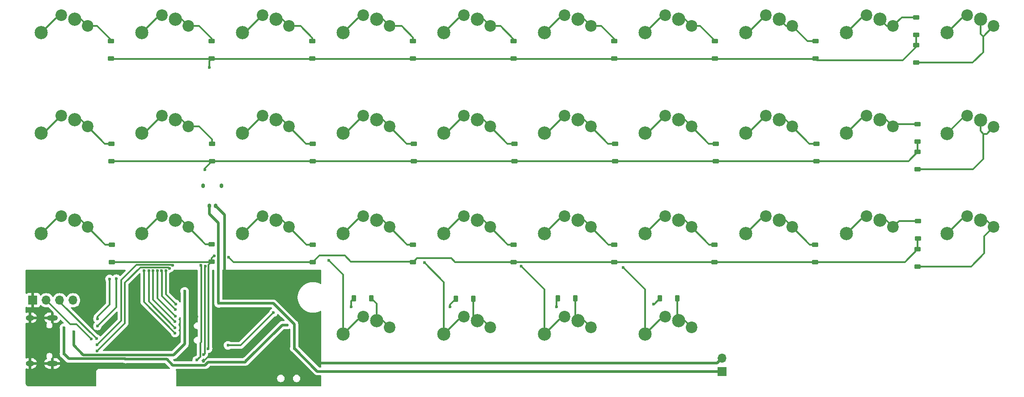
<source format=gbr>
%TF.GenerationSoftware,KiCad,Pcbnew,8.0.9-8.0.9-0~ubuntu22.04.1*%
%TF.CreationDate,2025-10-12T01:46:20+08:00*%
%TF.ProjectId,macropad,6d616372-6f70-4616-942e-6b696361645f,rev?*%
%TF.SameCoordinates,Original*%
%TF.FileFunction,Copper,L2,Bot*%
%TF.FilePolarity,Positive*%
%FSLAX46Y46*%
G04 Gerber Fmt 4.6, Leading zero omitted, Abs format (unit mm)*
G04 Created by KiCad (PCBNEW 8.0.9-8.0.9-0~ubuntu22.04.1) date 2025-10-12 01:46:20*
%MOMM*%
%LPD*%
G01*
G04 APERTURE LIST*
G04 Aperture macros list*
%AMRoundRect*
0 Rectangle with rounded corners*
0 $1 Rounding radius*
0 $2 $3 $4 $5 $6 $7 $8 $9 X,Y pos of 4 corners*
0 Add a 4 corners polygon primitive as box body*
4,1,4,$2,$3,$4,$5,$6,$7,$8,$9,$2,$3,0*
0 Add four circle primitives for the rounded corners*
1,1,$1+$1,$2,$3*
1,1,$1+$1,$4,$5*
1,1,$1+$1,$6,$7*
1,1,$1+$1,$8,$9*
0 Add four rect primitives between the rounded corners*
20,1,$1+$1,$2,$3,$4,$5,0*
20,1,$1+$1,$4,$5,$6,$7,0*
20,1,$1+$1,$6,$7,$8,$9,0*
20,1,$1+$1,$8,$9,$2,$3,0*%
G04 Aperture macros list end*
%TA.AperFunction,ComponentPad*%
%ADD10R,1.700000X1.700000*%
%TD*%
%TA.AperFunction,ComponentPad*%
%ADD11O,1.700000X1.700000*%
%TD*%
%TA.AperFunction,ComponentPad*%
%ADD12C,2.500000*%
%TD*%
%TA.AperFunction,ComponentPad*%
%ADD13C,2.200000*%
%TD*%
%TA.AperFunction,HeatsinkPad*%
%ADD14O,2.100000X1.000000*%
%TD*%
%TA.AperFunction,HeatsinkPad*%
%ADD15O,1.600000X1.000000*%
%TD*%
%TA.AperFunction,SMDPad,CuDef*%
%ADD16RoundRect,0.225000X0.375000X-0.225000X0.375000X0.225000X-0.375000X0.225000X-0.375000X-0.225000X0*%
%TD*%
%TA.AperFunction,SMDPad,CuDef*%
%ADD17RoundRect,0.225000X-0.375000X0.225000X-0.375000X-0.225000X0.375000X-0.225000X0.375000X0.225000X0*%
%TD*%
%TA.AperFunction,SMDPad,CuDef*%
%ADD18RoundRect,0.225000X-0.225000X-0.375000X0.225000X-0.375000X0.225000X0.375000X-0.225000X0.375000X0*%
%TD*%
%TA.AperFunction,SMDPad,CuDef*%
%ADD19RoundRect,0.150000X-0.150000X-0.275000X0.150000X-0.275000X0.150000X0.275000X-0.150000X0.275000X0*%
%TD*%
%TA.AperFunction,SMDPad,CuDef*%
%ADD20RoundRect,0.175000X-0.175000X-0.225000X0.175000X-0.225000X0.175000X0.225000X-0.175000X0.225000X0*%
%TD*%
%TA.AperFunction,ViaPad*%
%ADD21C,0.600000*%
%TD*%
%TA.AperFunction,Conductor*%
%ADD22C,0.500000*%
%TD*%
%TA.AperFunction,Conductor*%
%ADD23C,0.300000*%
%TD*%
G04 APERTURE END LIST*
D10*
%TO.P,JSWD1,1,Pin_1*%
%TO.N,GND*%
X118430000Y-95800000D03*
D11*
%TO.P,JSWD1,2,Pin_2*%
%TO.N,SWDCLK*%
X120970000Y-95800000D03*
%TO.P,JSWD1,3,Pin_3*%
%TO.N,SWDIO*%
X123510000Y-95800000D03*
%TO.P,JSWD1,4,Pin_4*%
%TO.N,+3V3*%
X126050000Y-95800000D03*
%TD*%
D10*
%TO.P,J2,1,Pin_1*%
%TO.N,+BATT*%
X248900000Y-109275723D03*
D11*
%TO.P,J2,2,Pin_2*%
%TO.N,GND*%
X248900000Y-106735723D03*
%TD*%
D12*
%TO.P,SW27,1,A*%
%TO.N,COL7*%
X234315000Y-102235000D03*
D13*
X238125000Y-98875000D03*
D12*
%TO.P,SW27,2,B*%
%TO.N,Net-(D25-A)*%
X240665000Y-99695000D03*
D13*
X243125000Y-100975000D03*
%TD*%
D12*
%TO.P,SW20,1,A*%
%TO.N,COL10*%
X291465000Y-83185000D03*
D13*
X295275000Y-79825000D03*
D12*
%TO.P,SW20,2,B*%
%TO.N,Net-(D40-A)*%
X297815000Y-80645000D03*
D13*
X300275000Y-81925000D03*
%TD*%
D12*
%TO.P,SW19,1,A*%
%TO.N,COL9*%
X272415000Y-83185000D03*
D13*
X276225000Y-79825000D03*
D12*
%TO.P,SW19,2,B*%
%TO.N,Net-(D36-A)*%
X278765000Y-80645000D03*
D13*
X281225000Y-81925000D03*
%TD*%
D12*
%TO.P,SW33,1,A*%
%TO.N,COL3*%
X158115000Y-45085000D03*
D13*
X161925000Y-41725000D03*
D12*
%TO.P,SW33,2,B*%
%TO.N,Net-(D10-A)*%
X164465000Y-42545000D03*
D13*
X166925000Y-43825000D03*
%TD*%
D12*
%TO.P,SW35,1,A*%
%TO.N,COL5*%
X196215000Y-45085000D03*
D13*
X200025000Y-41725000D03*
D12*
%TO.P,SW35,2,B*%
%TO.N,Net-(D18-A)*%
X202565000Y-42545000D03*
D13*
X205025000Y-43825000D03*
%TD*%
D12*
%TO.P,SW12,1,A*%
%TO.N,COL2*%
X139065000Y-83185000D03*
D13*
X142875000Y-79825000D03*
D12*
%TO.P,SW12,2,B*%
%TO.N,Net-(D8-A)*%
X145415000Y-80645000D03*
D13*
X147875000Y-81925000D03*
%TD*%
D12*
%TO.P,SW37,1,A*%
%TO.N,COL7*%
X234315000Y-45085000D03*
D13*
X238125000Y-41725000D03*
D12*
%TO.P,SW37,2,B*%
%TO.N,Net-(D26-A)*%
X240665000Y-42545000D03*
D13*
X243125000Y-43825000D03*
%TD*%
D12*
%TO.P,SW26,1,A*%
%TO.N,COL6*%
X215265000Y-102235000D03*
D13*
X219075000Y-98875000D03*
D12*
%TO.P,SW26,2,B*%
%TO.N,Net-(D21-A)*%
X221615000Y-99695000D03*
D13*
X224075000Y-100975000D03*
%TD*%
D12*
%TO.P,SW32,1,A*%
%TO.N,COL2*%
X139065000Y-45085000D03*
D13*
X142875000Y-41725000D03*
D12*
%TO.P,SW32,2,B*%
%TO.N,Net-(D6-A)*%
X145415000Y-42545000D03*
D13*
X147875000Y-43825000D03*
%TD*%
D12*
%TO.P,SW15,1,A*%
%TO.N,COL5*%
X196215000Y-83185000D03*
D13*
X200025000Y-79825000D03*
D12*
%TO.P,SW15,2,B*%
%TO.N,Net-(D20-A)*%
X202565000Y-80645000D03*
D13*
X205025000Y-81925000D03*
%TD*%
D12*
%TO.P,SW7,1,A*%
%TO.N,COL7*%
X234315000Y-64135000D03*
D13*
X238125000Y-60775000D03*
D12*
%TO.P,SW7,2,B*%
%TO.N,Net-(D27-A)*%
X240665000Y-61595000D03*
D13*
X243125000Y-62875000D03*
%TD*%
D12*
%TO.P,SW34,1,A*%
%TO.N,COL4*%
X177165000Y-45085000D03*
D13*
X180975000Y-41725000D03*
D12*
%TO.P,SW34,2,B*%
%TO.N,Net-(D14-A)*%
X183515000Y-42545000D03*
D13*
X185975000Y-43825000D03*
%TD*%
D12*
%TO.P,SW25,1,A*%
%TO.N,COL5*%
X196215000Y-102235000D03*
D13*
X200025000Y-98875000D03*
D12*
%TO.P,SW25,2,B*%
%TO.N,Net-(D17-A)*%
X202565000Y-99695000D03*
D13*
X205025000Y-100975000D03*
%TD*%
D12*
%TO.P,SW38,1,A*%
%TO.N,COL8*%
X253365000Y-45085000D03*
D13*
X257175000Y-41725000D03*
D12*
%TO.P,SW38,2,B*%
%TO.N,Net-(D30-A)*%
X259715000Y-42545000D03*
D13*
X262175000Y-43825000D03*
%TD*%
D12*
%TO.P,SW31,1,A*%
%TO.N,COL1*%
X120015000Y-45085000D03*
D13*
X123825000Y-41725000D03*
D12*
%TO.P,SW31,2,B*%
%TO.N,Net-(D1-A)*%
X126365000Y-42545000D03*
D13*
X128825000Y-43825000D03*
%TD*%
D12*
%TO.P,SW13,1,A*%
%TO.N,COL3*%
X158115000Y-83185000D03*
D13*
X161925000Y-79825000D03*
D12*
%TO.P,SW13,2,B*%
%TO.N,Net-(D12-A)*%
X164465000Y-80645000D03*
D13*
X166925000Y-81925000D03*
%TD*%
D12*
%TO.P,SW6,1,A*%
%TO.N,COL6*%
X215265000Y-64135000D03*
D13*
X219075000Y-60775000D03*
D12*
%TO.P,SW6,2,B*%
%TO.N,Net-(D23-A)*%
X221615000Y-61595000D03*
D13*
X224075000Y-62875000D03*
%TD*%
D12*
%TO.P,SW2,1,A*%
%TO.N,COL2*%
X139065000Y-64135000D03*
D13*
X142875000Y-60775000D03*
D12*
%TO.P,SW2,2,B*%
%TO.N,Net-(D7-A)*%
X145415000Y-61595000D03*
D13*
X147875000Y-62875000D03*
%TD*%
D12*
%TO.P,SW3,1,A*%
%TO.N,COL3*%
X158115000Y-64135000D03*
D13*
X161925000Y-60775000D03*
D12*
%TO.P,SW3,2,B*%
%TO.N,Net-(D11-A)*%
X164465000Y-61595000D03*
D13*
X166925000Y-62875000D03*
%TD*%
D12*
%TO.P,SW11,1,A*%
%TO.N,COL1*%
X120015000Y-83185000D03*
D13*
X123825000Y-79825000D03*
D12*
%TO.P,SW11,2,B*%
%TO.N,Net-(D3-A)*%
X126365000Y-80645000D03*
D13*
X128825000Y-81925000D03*
%TD*%
D12*
%TO.P,SW24,1,A*%
%TO.N,COL4*%
X177165000Y-102235000D03*
D13*
X180975000Y-98875000D03*
D12*
%TO.P,SW24,2,B*%
%TO.N,Net-(D13-A)*%
X183515000Y-99695000D03*
D13*
X185975000Y-100975000D03*
%TD*%
D12*
%TO.P,SW1,1,A*%
%TO.N,COL1*%
X120015000Y-64135000D03*
D13*
X123825000Y-60775000D03*
D12*
%TO.P,SW1,2,B*%
%TO.N,Net-(D2-A)*%
X126365000Y-61595000D03*
D13*
X128825000Y-62875000D03*
%TD*%
D12*
%TO.P,SW39,1,A*%
%TO.N,COL9*%
X272415000Y-45085000D03*
D13*
X276225000Y-41725000D03*
D12*
%TO.P,SW39,2,B*%
%TO.N,Net-(D34-A)*%
X278765000Y-42545000D03*
D13*
X281225000Y-43825000D03*
%TD*%
D12*
%TO.P,SW4,1,A*%
%TO.N,COL4*%
X177165000Y-64135000D03*
D13*
X180975000Y-60775000D03*
D12*
%TO.P,SW4,2,B*%
%TO.N,Net-(D15-A)*%
X183515000Y-61595000D03*
D13*
X185975000Y-62875000D03*
%TD*%
D12*
%TO.P,SW8,1,A*%
%TO.N,COL8*%
X253365000Y-64135000D03*
D13*
X257175000Y-60775000D03*
D12*
%TO.P,SW8,2,B*%
%TO.N,Net-(D31-A)*%
X259715000Y-61595000D03*
D13*
X262175000Y-62875000D03*
%TD*%
D12*
%TO.P,SW5,1,A*%
%TO.N,COL5*%
X196215000Y-64135000D03*
D13*
X200025000Y-60775000D03*
D12*
%TO.P,SW5,2,B*%
%TO.N,Net-(D19-A)*%
X202565000Y-61595000D03*
D13*
X205025000Y-62875000D03*
%TD*%
D12*
%TO.P,SW40,1,A*%
%TO.N,COL10*%
X291465000Y-45085000D03*
D13*
X295275000Y-41725000D03*
D12*
%TO.P,SW40,2,B*%
%TO.N,Net-(D38-A)*%
X297815000Y-42545000D03*
D13*
X300275000Y-43825000D03*
%TD*%
D12*
%TO.P,SW10,1,A*%
%TO.N,COL10*%
X291465000Y-64185000D03*
D13*
X295275000Y-60825000D03*
D12*
%TO.P,SW10,2,B*%
%TO.N,Net-(D39-A)*%
X297815000Y-61645000D03*
D13*
X300275000Y-62925000D03*
%TD*%
D12*
%TO.P,SW17,1,A*%
%TO.N,COL7*%
X234315000Y-83185000D03*
D13*
X238125000Y-79825000D03*
D12*
%TO.P,SW17,2,B*%
%TO.N,Net-(D28-A)*%
X240665000Y-80645000D03*
D13*
X243125000Y-81925000D03*
%TD*%
D12*
%TO.P,SW16,1,A*%
%TO.N,COL6*%
X215265000Y-83185000D03*
D13*
X219075000Y-79825000D03*
D12*
%TO.P,SW16,2,B*%
%TO.N,Net-(D24-A)*%
X221615000Y-80645000D03*
D13*
X224075000Y-81925000D03*
%TD*%
D12*
%TO.P,SW14,1,A*%
%TO.N,COL4*%
X177165000Y-83185000D03*
D13*
X180975000Y-79825000D03*
D12*
%TO.P,SW14,2,B*%
%TO.N,Net-(D16-A)*%
X183515000Y-80645000D03*
D13*
X185975000Y-81925000D03*
%TD*%
D12*
%TO.P,SW18,1,A*%
%TO.N,COL8*%
X253365000Y-83185000D03*
D13*
X257175000Y-79825000D03*
D12*
%TO.P,SW18,2,B*%
%TO.N,Net-(D32-A)*%
X259715000Y-80645000D03*
D13*
X262175000Y-81925000D03*
%TD*%
D12*
%TO.P,SW36,1,A*%
%TO.N,COL6*%
X215265000Y-45085000D03*
D13*
X219075000Y-41725000D03*
D12*
%TO.P,SW36,2,B*%
%TO.N,Net-(D22-A)*%
X221615000Y-42545000D03*
D13*
X224075000Y-43825000D03*
%TD*%
D12*
%TO.P,SW9,1,A*%
%TO.N,COL9*%
X272415000Y-64135000D03*
D13*
X276225000Y-60775000D03*
D12*
%TO.P,SW9,2,B*%
%TO.N,Net-(D35-A)*%
X278765000Y-61595000D03*
D13*
X281225000Y-62875000D03*
%TD*%
D14*
%TO.P,J1,S1,SHIELD*%
%TO.N,GND*%
X122085000Y-99130000D03*
D15*
X117905000Y-99130000D03*
D14*
X122085000Y-107770000D03*
D15*
X117905000Y-107770000D03*
%TD*%
D16*
%TO.P,D23,1,K*%
%TO.N,ROW2*%
X228621425Y-69400000D03*
%TO.P,D23,2,A*%
%TO.N,Net-(D23-A)*%
X228621425Y-66100000D03*
%TD*%
D17*
%TO.P,D39,1,K*%
%TO.N,ROW2*%
X285850000Y-67700000D03*
%TO.P,D39,2,A*%
%TO.N,Net-(D39-A)*%
X285850000Y-71000000D03*
%TD*%
D16*
%TO.P,D32,1,K*%
%TO.N,ROW3*%
X266450000Y-88550000D03*
%TO.P,D32,2,A*%
%TO.N,Net-(D32-A)*%
X266450000Y-85250000D03*
%TD*%
%TO.P,D26,2,A*%
%TO.N,Net-(D26-A)*%
X247507142Y-46700000D03*
%TO.P,D26,1,K*%
%TO.N,ROW1*%
X247507142Y-50000000D03*
%TD*%
%TO.P,D24,1,K*%
%TO.N,ROW3*%
X228421425Y-88550000D03*
%TO.P,D24,2,A*%
%TO.N,Net-(D24-A)*%
X228421425Y-85250000D03*
%TD*%
%TO.P,D14,2,A*%
%TO.N,Net-(D14-A)*%
X190378571Y-46700000D03*
%TO.P,D14,1,K*%
%TO.N,ROW1*%
X190378571Y-50000000D03*
%TD*%
%TO.P,D11,1,K*%
%TO.N,ROW2*%
X171428570Y-69400000D03*
%TO.P,D11,2,A*%
%TO.N,Net-(D11-A)*%
X171428570Y-66100000D03*
%TD*%
%TO.P,D27,1,K*%
%TO.N,ROW2*%
X247685710Y-69400000D03*
%TO.P,D27,2,A*%
%TO.N,Net-(D27-A)*%
X247685710Y-66100000D03*
%TD*%
%TO.P,D7,1,K*%
%TO.N,ROW2*%
X152364285Y-69400000D03*
%TO.P,D7,2,A*%
%TO.N,Net-(D7-A)*%
X152364285Y-66100000D03*
%TD*%
D18*
%TO.P,D25,1,K*%
%TO.N,ROW4*%
X237100000Y-95450000D03*
%TO.P,D25,2,A*%
%TO.N,Net-(D25-A)*%
X240400000Y-95450000D03*
%TD*%
D16*
%TO.P,D31,1,K*%
%TO.N,ROW2*%
X266750000Y-69400000D03*
%TO.P,D31,2,A*%
%TO.N,Net-(D31-A)*%
X266750000Y-66100000D03*
%TD*%
D18*
%TO.P,D21,1,K*%
%TO.N,ROW4*%
X217783332Y-95400000D03*
%TO.P,D21,2,A*%
%TO.N,Net-(D21-A)*%
X221083332Y-95400000D03*
%TD*%
D16*
%TO.P,D28,1,K*%
%TO.N,ROW3*%
X247435710Y-88550000D03*
%TO.P,D28,2,A*%
%TO.N,Net-(D28-A)*%
X247435710Y-85250000D03*
%TD*%
%TO.P,D22,2,A*%
%TO.N,Net-(D22-A)*%
X228464285Y-46700000D03*
%TO.P,D22,1,K*%
%TO.N,ROW1*%
X228464285Y-50000000D03*
%TD*%
%TO.P,D1,2,A*%
%TO.N,Net-(D1-A)*%
X133250000Y-46700000D03*
%TO.P,D1,1,K*%
%TO.N,ROW1*%
X133250000Y-50000000D03*
%TD*%
%TO.P,D2,1,K*%
%TO.N,ROW2*%
X133300000Y-69400000D03*
%TO.P,D2,2,A*%
%TO.N,Net-(D2-A)*%
X133300000Y-66100000D03*
%TD*%
%TO.P,D20,1,K*%
%TO.N,ROW3*%
X209407140Y-88550000D03*
%TO.P,D20,2,A*%
%TO.N,Net-(D20-A)*%
X209407140Y-85250000D03*
%TD*%
%TO.P,D3,1,K*%
%TO.N,ROW3*%
X133350000Y-88550000D03*
%TO.P,D3,2,A*%
%TO.N,Net-(D3-A)*%
X133350000Y-85250000D03*
%TD*%
D18*
%TO.P,D17,1,K*%
%TO.N,ROW4*%
X198466666Y-95500000D03*
%TO.P,D17,2,A*%
%TO.N,Net-(D17-A)*%
X201766666Y-95500000D03*
%TD*%
D16*
%TO.P,D19,1,K*%
%TO.N,ROW2*%
X209557140Y-69400000D03*
%TO.P,D19,2,A*%
%TO.N,Net-(D19-A)*%
X209557140Y-66100000D03*
%TD*%
D17*
%TO.P,D38,1,K*%
%TO.N,ROW1*%
X285600000Y-47450000D03*
%TO.P,D38,2,A*%
%TO.N,Net-(D38-A)*%
X285600000Y-50750000D03*
%TD*%
D16*
%TO.P,D18,2,A*%
%TO.N,Net-(D18-A)*%
X209421428Y-46700000D03*
%TO.P,D18,1,K*%
%TO.N,ROW1*%
X209421428Y-50000000D03*
%TD*%
%TO.P,D12,1,K*%
%TO.N,ROW3*%
X171378570Y-88550000D03*
%TO.P,D12,2,A*%
%TO.N,Net-(D12-A)*%
X171378570Y-85250000D03*
%TD*%
%TO.P,D6,2,A*%
%TO.N,Net-(D6-A)*%
X152292857Y-46700000D03*
%TO.P,D6,1,K*%
%TO.N,ROW1*%
X152292857Y-50000000D03*
%TD*%
%TO.P,D16,1,K*%
%TO.N,ROW3*%
X190392855Y-88550000D03*
%TO.P,D16,2,A*%
%TO.N,Net-(D16-A)*%
X190392855Y-85250000D03*
%TD*%
D17*
%TO.P,D40,1,K*%
%TO.N,ROW3*%
X285900000Y-86100000D03*
%TO.P,D40,2,A*%
%TO.N,Net-(D40-A)*%
X285900000Y-89400000D03*
%TD*%
D19*
%TO.P,J3,1,Pin_1*%
%TO.N,+BATT*%
X151800000Y-77875000D03*
%TO.P,J3,2,Pin_2*%
%TO.N,GND*%
X153000000Y-77875000D03*
D20*
%TO.P,J3,MP*%
%TO.N,N/C*%
X150650000Y-74100000D03*
X154150000Y-74100000D03*
%TD*%
D16*
%TO.P,D36,1,K*%
%TO.N,ROW3*%
X285950000Y-84050000D03*
%TO.P,D36,2,A*%
%TO.N,Net-(D36-A)*%
X285950000Y-80750000D03*
%TD*%
%TO.P,D35,1,K*%
%TO.N,ROW2*%
X285850000Y-65700000D03*
%TO.P,D35,2,A*%
%TO.N,Net-(D35-A)*%
X285850000Y-62400000D03*
%TD*%
%TO.P,D10,2,A*%
%TO.N,Net-(D10-A)*%
X171335714Y-46700000D03*
%TO.P,D10,1,K*%
%TO.N,ROW1*%
X171335714Y-50000000D03*
%TD*%
D18*
%TO.P,D13,1,K*%
%TO.N,ROW4*%
X179150000Y-95400000D03*
%TO.P,D13,2,A*%
%TO.N,Net-(D13-A)*%
X182450000Y-95400000D03*
%TD*%
D16*
%TO.P,D15,1,K*%
%TO.N,ROW2*%
X190492855Y-69400000D03*
%TO.P,D15,2,A*%
%TO.N,Net-(D15-A)*%
X190492855Y-66100000D03*
%TD*%
%TO.P,D34,2,A*%
%TO.N,Net-(D34-A)*%
X285600000Y-42150000D03*
%TO.P,D34,1,K*%
%TO.N,ROW1*%
X285600000Y-45450000D03*
%TD*%
%TO.P,D30,1,K*%
%TO.N,ROW1*%
X266550000Y-50000000D03*
%TO.P,D30,2,A*%
%TO.N,Net-(D30-A)*%
X266550000Y-46700000D03*
%TD*%
%TO.P,D8,1,K*%
%TO.N,ROW3*%
X152300000Y-88450000D03*
%TO.P,D8,2,A*%
%TO.N,Net-(D8-A)*%
X152300000Y-85150000D03*
%TD*%
D21*
%TO.N,GND*%
X130100000Y-95500000D03*
X152900000Y-108600000D03*
X166000000Y-103900000D03*
X172400000Y-107700000D03*
X149500000Y-98900000D03*
X148500000Y-99400000D03*
X160200000Y-98500000D03*
X158400000Y-98300000D03*
X148400000Y-110100000D03*
X146800000Y-110100000D03*
X171600000Y-104900000D03*
X171600000Y-103500000D03*
X171600000Y-102200000D03*
X164700000Y-94700000D03*
X163300000Y-94700000D03*
X161900000Y-94700000D03*
X150700000Y-107350000D03*
X153800000Y-103600000D03*
X137000000Y-102000000D03*
X139000000Y-102000000D03*
X139000000Y-104000000D03*
X137000000Y-104000000D03*
X124000000Y-92000000D03*
X122000000Y-92000000D03*
X120000000Y-92000000D03*
X126150000Y-97450000D03*
X133550000Y-108500000D03*
X129050000Y-110950000D03*
%TO.N,+3V3*%
X147150000Y-94100000D03*
X126150000Y-101750000D03*
%TO.N,COL7*%
X230150000Y-89600000D03*
%TO.N,COL6*%
X210850000Y-89300000D03*
%TO.N,COL5*%
X192550000Y-88700000D03*
%TO.N,ROW4*%
X235950000Y-96500000D03*
X217550000Y-97000000D03*
X197350000Y-97000000D03*
%TO.N,COL4*%
X174400000Y-88200000D03*
%TO.N,COL10*%
X139450000Y-90200000D03*
X145350000Y-102000000D03*
%TO.N,COL9*%
X140400000Y-90200000D03*
X145350000Y-101000000D03*
%TO.N,COL8*%
X141203989Y-90200000D03*
X145350000Y-99850000D03*
%TO.N,COL7*%
X142003992Y-90200000D03*
X145400000Y-98800000D03*
%TO.N,COL6*%
X142803995Y-90200000D03*
X145400000Y-97550000D03*
%TO.N,COL5*%
X143603998Y-90200000D03*
X145450000Y-96500000D03*
%TO.N,COL4*%
X144308046Y-89738140D03*
X130550000Y-105450000D03*
%TO.N,COL3*%
X130550000Y-104250000D03*
X144900000Y-89200000D03*
%TO.N,COL2*%
X134200000Y-91700000D03*
X130650000Y-100700000D03*
%TO.N,COL1*%
X130650000Y-99300000D03*
X132950000Y-91750000D03*
%TO.N,ROW3*%
X155475000Y-87625000D03*
X152750000Y-87400000D03*
%TO.N,ROW2*%
X151000000Y-71050000D03*
%TO.N,ROW1*%
X151800000Y-51700000D03*
%TO.N,ROW2*%
X150200000Y-89200000D03*
X149450000Y-107150000D03*
%TO.N,ROW1*%
X150750000Y-106100000D03*
X151050000Y-89300000D03*
%TO.N,ROW3*%
X151600000Y-105000000D03*
%TO.N,ROW4*%
X163950000Y-98150000D03*
X155350000Y-104350000D03*
X178650000Y-97050000D03*
%TO.N,SWDIO*%
X130472793Y-103072793D03*
%TO.N,SWDCLK*%
X129463173Y-103163173D03*
%TO.N,VBUS*%
X124300000Y-101000000D03*
X124300000Y-105950000D03*
X136000000Y-106950000D03*
X158775000Y-107325000D03*
X166600000Y-100500000D03*
%TO.N,+BATT*%
X167900000Y-104900000D03*
X153600000Y-96400000D03*
%TD*%
D22*
%TO.N,VBUS*%
X136000000Y-106950000D02*
X143760660Y-106950000D01*
X151010661Y-108100000D02*
X151610661Y-107500000D01*
X158600000Y-107500000D02*
X158775000Y-107325000D01*
X143760660Y-106950000D02*
X144910660Y-108100000D01*
X144910660Y-108100000D02*
X151010661Y-108100000D01*
X151610661Y-107500000D02*
X158600000Y-107500000D01*
%TO.N,+BATT*%
X167900000Y-104900000D02*
X172275723Y-109275723D01*
X172275723Y-109275723D02*
X248900000Y-109275723D01*
%TO.N,GND*%
X247935723Y-107700000D02*
X172400000Y-107700000D01*
X248900000Y-106735723D02*
X247935723Y-107700000D01*
D23*
%TO.N,Net-(D26-A)*%
X243125000Y-43825000D02*
X244725000Y-43825000D01*
X244725000Y-43825000D02*
X247507142Y-46607142D01*
X247507142Y-46607142D02*
X247507142Y-46700000D01*
%TO.N,Net-(D22-A)*%
X224075000Y-43825000D02*
X226025000Y-43825000D01*
X226025000Y-43825000D02*
X228464285Y-46264285D01*
X228464285Y-46264285D02*
X228464285Y-46700000D01*
%TO.N,Net-(D1-A)*%
X128825000Y-43825000D02*
X130625000Y-43825000D01*
X130625000Y-43825000D02*
X133250000Y-46450000D01*
X133250000Y-46450000D02*
X133250000Y-46700000D01*
%TO.N,Net-(D6-A)*%
X147875000Y-43825000D02*
X149925000Y-43825000D01*
X149925000Y-43825000D02*
X152292857Y-46192857D01*
X152292857Y-46192857D02*
X152292857Y-46700000D01*
%TO.N,Net-(D10-A)*%
X166925000Y-43825000D02*
X169125000Y-43825000D01*
X169125000Y-43825000D02*
X171335714Y-46035714D01*
X171335714Y-46035714D02*
X171335714Y-46700000D01*
%TO.N,Net-(D14-A)*%
X185975000Y-43825000D02*
X188225000Y-43825000D01*
X188225000Y-43825000D02*
X190378571Y-45978571D01*
X190378571Y-45978571D02*
X190378571Y-46700000D01*
%TO.N,Net-(D18-A)*%
X205025000Y-43825000D02*
X206925000Y-43825000D01*
X209421428Y-46321428D02*
X209421428Y-46700000D01*
X206925000Y-43825000D02*
X209421428Y-46321428D01*
%TO.N,Net-(D13-A)*%
X183515000Y-99695000D02*
X183515000Y-96465000D01*
X183515000Y-96465000D02*
X182450000Y-95400000D01*
D22*
%TO.N,GND*%
X154725000Y-92625000D02*
X155000000Y-92900000D01*
X154725000Y-79600000D02*
X154725000Y-92625000D01*
X153000000Y-77875000D02*
X154725000Y-79600000D01*
D23*
%TO.N,ROW3*%
X155475000Y-87625000D02*
X156400000Y-88550000D01*
X156400000Y-88550000D02*
X171378570Y-88550000D01*
X152700000Y-87400000D02*
X152300000Y-87800000D01*
X152750000Y-87400000D02*
X152700000Y-87400000D01*
X152300000Y-87800000D02*
X152300000Y-88450000D01*
D22*
%TO.N,+BATT*%
X153600000Y-96400000D02*
X153500000Y-96300000D01*
X153500000Y-96300000D02*
X153500000Y-81150000D01*
X153500000Y-81150000D02*
X151800000Y-79450000D01*
X151800000Y-79450000D02*
X151800000Y-77875000D01*
D23*
%TO.N,GND*%
X153600000Y-104450000D02*
X150700000Y-107350000D01*
X153600000Y-103800000D02*
X153600000Y-104450000D01*
X153800000Y-103600000D02*
X153600000Y-103800000D01*
D22*
%TO.N,VBUS*%
X136000000Y-106950000D02*
X135950000Y-106900000D01*
X125250000Y-106900000D02*
X124300000Y-105950000D01*
X135950000Y-106900000D02*
X125250000Y-106900000D01*
D23*
%TO.N,ROW2*%
X149450000Y-107150000D02*
X150100000Y-106500000D01*
X150100000Y-106500000D02*
X150100000Y-103871016D01*
X150100000Y-103871016D02*
X150275000Y-103696016D01*
X150275000Y-103696016D02*
X150275000Y-89275000D01*
X150275000Y-89275000D02*
X150200000Y-89200000D01*
%TO.N,ROW1*%
X150750000Y-106100000D02*
X150950000Y-105900000D01*
X150950000Y-105900000D02*
X150950000Y-89400000D01*
X150950000Y-89400000D02*
X151050000Y-89300000D01*
D22*
%TO.N,+3V3*%
X147150000Y-94100000D02*
X147150000Y-104100000D01*
X145050000Y-106200000D02*
X128000000Y-106200000D01*
X147150000Y-104100000D02*
X145050000Y-106200000D01*
X128000000Y-106200000D02*
X126150000Y-104350000D01*
X126150000Y-104350000D02*
X126150000Y-101750000D01*
D23*
%TO.N,COL7*%
X230150000Y-89600000D02*
X234315000Y-93765000D01*
X234315000Y-93765000D02*
X234315000Y-102235000D01*
%TO.N,COL6*%
X210850000Y-89300000D02*
X215265000Y-93715000D01*
X215265000Y-93715000D02*
X215265000Y-102235000D01*
%TO.N,COL5*%
X192550000Y-88700000D02*
X196215000Y-92365000D01*
X196215000Y-92365000D02*
X196215000Y-102235000D01*
%TO.N,ROW3*%
X189550000Y-88450000D02*
X190492855Y-88450000D01*
X190492855Y-88450000D02*
X191092855Y-87850000D01*
X191092855Y-87850000D02*
X197650000Y-87850000D01*
X197650000Y-87850000D02*
X198350000Y-88550000D01*
X198350000Y-88550000D02*
X266450000Y-88550000D01*
X178600000Y-88450000D02*
X189550000Y-88450000D01*
X189550000Y-88450000D02*
X190292855Y-88450000D01*
X190292855Y-88450000D02*
X190392855Y-88550000D01*
X171378570Y-88550000D02*
X172628570Y-87300000D01*
X172628570Y-87300000D02*
X177450000Y-87300000D01*
X177450000Y-87300000D02*
X178600000Y-88450000D01*
%TO.N,COL4*%
X174400000Y-88200000D02*
X177165000Y-90965000D01*
X177165000Y-90965000D02*
X177165000Y-102235000D01*
%TO.N,ROW4*%
X217550000Y-97000000D02*
X217550000Y-95633332D01*
X217550000Y-95633332D02*
X217783332Y-95400000D01*
X197350000Y-97000000D02*
X197350000Y-96616666D01*
X197350000Y-96616666D02*
X198466666Y-95500000D01*
X235950000Y-96500000D02*
X236050000Y-96500000D01*
X236050000Y-96500000D02*
X237100000Y-95450000D01*
%TO.N,COL10*%
X139450000Y-96100000D02*
X139450000Y-90200000D01*
X145350000Y-102000000D02*
X139450000Y-96100000D01*
%TO.N,COL9*%
X140400000Y-96050000D02*
X140400000Y-90200000D01*
X145350000Y-101000000D02*
X140400000Y-96050000D01*
%TO.N,COL8*%
X141203989Y-90200000D02*
X141200000Y-90203989D01*
X141200000Y-90203989D02*
X141200000Y-95700000D01*
X141200000Y-95700000D02*
X145350000Y-99850000D01*
%TO.N,COL7*%
X142003992Y-90200000D02*
X142003992Y-95403992D01*
X142003992Y-95403992D02*
X145400000Y-98800000D01*
%TO.N,COL6*%
X142803995Y-90200000D02*
X142900000Y-90296005D01*
X142900000Y-90296005D02*
X142900000Y-95050000D01*
X142900000Y-95050000D02*
X145400000Y-97550000D01*
%TO.N,COL5*%
X143600000Y-90203998D02*
X143600000Y-94650000D01*
X143603998Y-90200000D02*
X143600000Y-90203998D01*
X143600000Y-94650000D02*
X145450000Y-96500000D01*
%TO.N,COL4*%
X144308046Y-89738140D02*
X144119906Y-89550000D01*
X144119906Y-89550000D02*
X138800000Y-89550000D01*
X135850000Y-92500000D02*
X135850000Y-100150000D01*
X138800000Y-89550000D02*
X135850000Y-92500000D01*
X135850000Y-100150000D02*
X130550000Y-105450000D01*
%TO.N,COL3*%
X144900000Y-89200000D02*
X144750000Y-89050000D01*
X144750000Y-89050000D02*
X138050000Y-89050000D01*
X138050000Y-89050000D02*
X135150000Y-91950000D01*
X135150000Y-91950000D02*
X135150000Y-99650000D01*
X135150000Y-99650000D02*
X130550000Y-104250000D01*
%TO.N,COL2*%
X134200000Y-91700000D02*
X134200000Y-97150000D01*
X134200000Y-97150000D02*
X130650000Y-100700000D01*
%TO.N,COL1*%
X130650000Y-98900000D02*
X132950000Y-96600000D01*
X130650000Y-99300000D02*
X130650000Y-98900000D01*
X132950000Y-96600000D02*
X132950000Y-91750000D01*
%TO.N,Net-(D3-A)*%
X128825000Y-81925000D02*
X132150000Y-85250000D01*
X132150000Y-85250000D02*
X133350000Y-85250000D01*
%TO.N,Net-(D8-A)*%
X147875000Y-81925000D02*
X151100000Y-85150000D01*
X151100000Y-85150000D02*
X152300000Y-85150000D01*
%TO.N,Net-(D12-A)*%
X166925000Y-81925000D02*
X170250000Y-85250000D01*
X170250000Y-85250000D02*
X171378570Y-85250000D01*
%TO.N,Net-(D16-A)*%
X185975000Y-81925000D02*
X189300000Y-85250000D01*
X189300000Y-85250000D02*
X190392855Y-85250000D01*
%TO.N,Net-(D20-A)*%
X205025000Y-81925000D02*
X208350000Y-85250000D01*
X208350000Y-85250000D02*
X209407140Y-85250000D01*
%TO.N,Net-(D24-A)*%
X224075000Y-81925000D02*
X227400000Y-85250000D01*
X227400000Y-85250000D02*
X228421425Y-85250000D01*
%TO.N,Net-(D28-A)*%
X243125000Y-81925000D02*
X246450000Y-85250000D01*
X246450000Y-85250000D02*
X247435710Y-85250000D01*
%TO.N,Net-(D32-A)*%
X262175000Y-81925000D02*
X265500000Y-85250000D01*
X265500000Y-85250000D02*
X266450000Y-85250000D01*
%TO.N,Net-(D31-A)*%
X262175000Y-62875000D02*
X265400000Y-66100000D01*
X265400000Y-66100000D02*
X266750000Y-66100000D01*
%TO.N,Net-(D27-A)*%
X243125000Y-62875000D02*
X246350000Y-66100000D01*
X246350000Y-66100000D02*
X247685710Y-66100000D01*
%TO.N,Net-(D23-A)*%
X224075000Y-62875000D02*
X227300000Y-66100000D01*
X227300000Y-66100000D02*
X228621425Y-66100000D01*
%TO.N,Net-(D19-A)*%
X205025000Y-62875000D02*
X208250000Y-66100000D01*
X208250000Y-66100000D02*
X209557140Y-66100000D01*
%TO.N,Net-(D15-A)*%
X185975000Y-62875000D02*
X189200000Y-66100000D01*
X189200000Y-66100000D02*
X190492855Y-66100000D01*
%TO.N,Net-(D11-A)*%
X166925000Y-62875000D02*
X170150000Y-66100000D01*
X170150000Y-66100000D02*
X171428570Y-66100000D01*
%TO.N,Net-(D7-A)*%
X152364285Y-66100000D02*
X152364285Y-65314285D01*
X152364285Y-65314285D02*
X149925000Y-62875000D01*
X149925000Y-62875000D02*
X147875000Y-62875000D01*
%TO.N,Net-(D2-A)*%
X133300000Y-66100000D02*
X132050000Y-66100000D01*
X132050000Y-66100000D02*
X128825000Y-62875000D01*
%TO.N,Net-(D17-A)*%
X201766666Y-95500000D02*
X201766666Y-98896666D01*
X201766666Y-98896666D02*
X202565000Y-99695000D01*
%TO.N,Net-(D21-A)*%
X221083332Y-95400000D02*
X221083332Y-99163332D01*
X221083332Y-99163332D02*
X221615000Y-99695000D01*
%TO.N,Net-(D25-A)*%
X240400000Y-95450000D02*
X240400000Y-99430000D01*
X240400000Y-99430000D02*
X240665000Y-99695000D01*
X240665000Y-99695000D02*
X241845000Y-99695000D01*
X241845000Y-99695000D02*
X243125000Y-100975000D01*
%TO.N,COL7*%
X234315000Y-102235000D02*
X237675000Y-98875000D01*
X237675000Y-98875000D02*
X238125000Y-98875000D01*
%TO.N,Net-(D21-A)*%
X221615000Y-99695000D02*
X222795000Y-99695000D01*
X222795000Y-99695000D02*
X224075000Y-100975000D01*
%TO.N,COL6*%
X215265000Y-102235000D02*
X218625000Y-98875000D01*
X218625000Y-98875000D02*
X219075000Y-98875000D01*
%TO.N,Net-(D17-A)*%
X202565000Y-99695000D02*
X203745000Y-99695000D01*
X203745000Y-99695000D02*
X205025000Y-100975000D01*
%TO.N,COL5*%
X196215000Y-102235000D02*
X199575000Y-98875000D01*
X199575000Y-98875000D02*
X200025000Y-98875000D01*
%TO.N,Net-(D13-A)*%
X183515000Y-99695000D02*
X184695000Y-99695000D01*
X184695000Y-99695000D02*
X185975000Y-100975000D01*
%TO.N,COL4*%
X177165000Y-102235000D02*
X180525000Y-98875000D01*
X180525000Y-98875000D02*
X180975000Y-98875000D01*
%TO.N,COL10*%
X291465000Y-83185000D02*
X294825000Y-79825000D01*
X294825000Y-79825000D02*
X295275000Y-79825000D01*
%TO.N,Net-(D36-A)*%
X278765000Y-80645000D02*
X279945000Y-80645000D01*
X279945000Y-80645000D02*
X281225000Y-81925000D01*
%TO.N,COL9*%
X272415000Y-83185000D02*
X275775000Y-79825000D01*
X275775000Y-79825000D02*
X276225000Y-79825000D01*
%TO.N,Net-(D32-A)*%
X259715000Y-80645000D02*
X260895000Y-80645000D01*
X260895000Y-80645000D02*
X262175000Y-81925000D01*
%TO.N,COL8*%
X253365000Y-83185000D02*
X256725000Y-79825000D01*
X256725000Y-79825000D02*
X257175000Y-79825000D01*
%TO.N,Net-(D28-A)*%
X240665000Y-80645000D02*
X241845000Y-80645000D01*
X241845000Y-80645000D02*
X243125000Y-81925000D01*
%TO.N,COL7*%
X234315000Y-83185000D02*
X237675000Y-79825000D01*
X237675000Y-79825000D02*
X238125000Y-79825000D01*
%TO.N,Net-(D24-A)*%
X221615000Y-80645000D02*
X222795000Y-80645000D01*
X222795000Y-80645000D02*
X224075000Y-81925000D01*
%TO.N,COL6*%
X215265000Y-83185000D02*
X218625000Y-79825000D01*
X218625000Y-79825000D02*
X219075000Y-79825000D01*
%TO.N,Net-(D20-A)*%
X202565000Y-80645000D02*
X203745000Y-80645000D01*
X203745000Y-80645000D02*
X205025000Y-81925000D01*
%TO.N,COL5*%
X196215000Y-83185000D02*
X199575000Y-79825000D01*
X199575000Y-79825000D02*
X200025000Y-79825000D01*
%TO.N,Net-(D16-A)*%
X183515000Y-80645000D02*
X184695000Y-80645000D01*
X184695000Y-80645000D02*
X185975000Y-81925000D01*
%TO.N,COL4*%
X177165000Y-83185000D02*
X180525000Y-79825000D01*
X180525000Y-79825000D02*
X180975000Y-79825000D01*
%TO.N,Net-(D12-A)*%
X164465000Y-80645000D02*
X165645000Y-80645000D01*
X165645000Y-80645000D02*
X166925000Y-81925000D01*
%TO.N,COL3*%
X158115000Y-83185000D02*
X161475000Y-79825000D01*
X161475000Y-79825000D02*
X161925000Y-79825000D01*
%TO.N,Net-(D8-A)*%
X145415000Y-80645000D02*
X146595000Y-80645000D01*
X146595000Y-80645000D02*
X147875000Y-81925000D01*
%TO.N,COL2*%
X139065000Y-83185000D02*
X142425000Y-79825000D01*
X142425000Y-79825000D02*
X142875000Y-79825000D01*
%TO.N,Net-(D3-A)*%
X126365000Y-80645000D02*
X127545000Y-80645000D01*
X127545000Y-80645000D02*
X128825000Y-81925000D01*
%TO.N,COL1*%
X120015000Y-83185000D02*
X123375000Y-79825000D01*
X123375000Y-79825000D02*
X123825000Y-79825000D01*
%TO.N,Net-(D26-A)*%
X240665000Y-42545000D02*
X241845000Y-42545000D01*
X241845000Y-42545000D02*
X243125000Y-43825000D01*
%TO.N,COL7*%
X234315000Y-45085000D02*
X237675000Y-41725000D01*
X237675000Y-41725000D02*
X238125000Y-41725000D01*
%TO.N,Net-(D22-A)*%
X221615000Y-42545000D02*
X222795000Y-42545000D01*
X222795000Y-42545000D02*
X224075000Y-43825000D01*
%TO.N,COL6*%
X215265000Y-45085000D02*
X218625000Y-41725000D01*
X218625000Y-41725000D02*
X219075000Y-41725000D01*
%TO.N,Net-(D18-A)*%
X202565000Y-42545000D02*
X203745000Y-42545000D01*
X203745000Y-42545000D02*
X205025000Y-43825000D01*
%TO.N,COL5*%
X196215000Y-45085000D02*
X199575000Y-41725000D01*
X199575000Y-41725000D02*
X200025000Y-41725000D01*
%TO.N,Net-(D14-A)*%
X183515000Y-42545000D02*
X184695000Y-42545000D01*
X184695000Y-42545000D02*
X185975000Y-43825000D01*
%TO.N,COL4*%
X177165000Y-45085000D02*
X180525000Y-41725000D01*
X180525000Y-41725000D02*
X180975000Y-41725000D01*
%TO.N,Net-(D10-A)*%
X164465000Y-42545000D02*
X165645000Y-42545000D01*
X165645000Y-42545000D02*
X166925000Y-43825000D01*
%TO.N,COL3*%
X161925000Y-41725000D02*
X158565000Y-45085000D01*
X158565000Y-45085000D02*
X158115000Y-45085000D01*
%TO.N,Net-(D6-A)*%
X145415000Y-42545000D02*
X146595000Y-42545000D01*
X146595000Y-42545000D02*
X147875000Y-43825000D01*
%TO.N,COL2*%
X139065000Y-45085000D02*
X142425000Y-41725000D01*
X142425000Y-41725000D02*
X142875000Y-41725000D01*
%TO.N,Net-(D1-A)*%
X126365000Y-42545000D02*
X127545000Y-42545000D01*
X127545000Y-42545000D02*
X128825000Y-43825000D01*
%TO.N,COL1*%
X120015000Y-45085000D02*
X123375000Y-41725000D01*
X123375000Y-41725000D02*
X123825000Y-41725000D01*
X123825000Y-60775000D02*
X120465000Y-64135000D01*
X120465000Y-64135000D02*
X120015000Y-64135000D01*
%TO.N,Net-(D2-A)*%
X126365000Y-61595000D02*
X127545000Y-61595000D01*
X127545000Y-61595000D02*
X128825000Y-62875000D01*
%TO.N,COL2*%
X142875000Y-60775000D02*
X139515000Y-64135000D01*
X139515000Y-64135000D02*
X139065000Y-64135000D01*
%TO.N,Net-(D7-A)*%
X145415000Y-61595000D02*
X146595000Y-61595000D01*
X146595000Y-61595000D02*
X147875000Y-62875000D01*
%TO.N,COL3*%
X161925000Y-60775000D02*
X158565000Y-64135000D01*
X158565000Y-64135000D02*
X158115000Y-64135000D01*
%TO.N,Net-(D11-A)*%
X164465000Y-61595000D02*
X165645000Y-61595000D01*
X165645000Y-61595000D02*
X166925000Y-62875000D01*
%TO.N,COL4*%
X180975000Y-60775000D02*
X177615000Y-64135000D01*
X177615000Y-64135000D02*
X177165000Y-64135000D01*
%TO.N,Net-(D15-A)*%
X183515000Y-61595000D02*
X184695000Y-61595000D01*
X184695000Y-61595000D02*
X185975000Y-62875000D01*
%TO.N,COL5*%
X200025000Y-60775000D02*
X196665000Y-64135000D01*
X196665000Y-64135000D02*
X196215000Y-64135000D01*
%TO.N,Net-(D19-A)*%
X202565000Y-61595000D02*
X203745000Y-61595000D01*
X203745000Y-61595000D02*
X205025000Y-62875000D01*
%TO.N,COL6*%
X219075000Y-60775000D02*
X215715000Y-64135000D01*
X215715000Y-64135000D02*
X215265000Y-64135000D01*
%TO.N,Net-(D23-A)*%
X221615000Y-61595000D02*
X222795000Y-61595000D01*
X222795000Y-61595000D02*
X224075000Y-62875000D01*
%TO.N,COL7*%
X238125000Y-60775000D02*
X234765000Y-64135000D01*
X234765000Y-64135000D02*
X234315000Y-64135000D01*
%TO.N,Net-(D27-A)*%
X240665000Y-61595000D02*
X241845000Y-61595000D01*
X241845000Y-61595000D02*
X243125000Y-62875000D01*
%TO.N,COL8*%
X257175000Y-60775000D02*
X253815000Y-64135000D01*
X253815000Y-64135000D02*
X253365000Y-64135000D01*
%TO.N,Net-(D31-A)*%
X259715000Y-61595000D02*
X260895000Y-61595000D01*
X260895000Y-61595000D02*
X262175000Y-62875000D01*
%TO.N,COL8*%
X257175000Y-41725000D02*
X253815000Y-45085000D01*
X253815000Y-45085000D02*
X253365000Y-45085000D01*
%TO.N,Net-(D35-A)*%
X278765000Y-61595000D02*
X279945000Y-61595000D01*
X279945000Y-61595000D02*
X281225000Y-62875000D01*
%TO.N,COL9*%
X272415000Y-64135000D02*
X275775000Y-60775000D01*
X275775000Y-60775000D02*
X276225000Y-60775000D01*
%TO.N,COL10*%
X291465000Y-64185000D02*
X294825000Y-60825000D01*
X294825000Y-60825000D02*
X295275000Y-60825000D01*
X291465000Y-45085000D02*
X294825000Y-41725000D01*
X294825000Y-41725000D02*
X295275000Y-41725000D01*
%TO.N,COL9*%
X272415000Y-45085000D02*
X275775000Y-41725000D01*
X275775000Y-41725000D02*
X276225000Y-41725000D01*
%TO.N,Net-(D34-A)*%
X281225000Y-43825000D02*
X280045000Y-43825000D01*
X280045000Y-43825000D02*
X278765000Y-42545000D01*
X285600000Y-42150000D02*
X282900000Y-42150000D01*
X282900000Y-42150000D02*
X281225000Y-43825000D01*
%TO.N,Net-(D30-A)*%
X262175000Y-43825000D02*
X260995000Y-43825000D01*
X260995000Y-43825000D02*
X259715000Y-42545000D01*
X266550000Y-46700000D02*
X265050000Y-46700000D01*
X265050000Y-46700000D02*
X262175000Y-43825000D01*
%TO.N,Net-(D38-A)*%
X298300000Y-45800000D02*
X297815000Y-45315000D01*
X297815000Y-45315000D02*
X297815000Y-42545000D01*
X296300000Y-50750000D02*
X298300000Y-48750000D01*
X285600000Y-50750000D02*
X296300000Y-50750000D01*
X298300000Y-48750000D02*
X298300000Y-45800000D01*
X298300000Y-45800000D02*
X300275000Y-43825000D01*
%TO.N,Net-(D39-A)*%
X298350000Y-64250000D02*
X297815000Y-63715000D01*
X297815000Y-63715000D02*
X297815000Y-61645000D01*
%TO.N,Net-(D35-A)*%
X285850000Y-62400000D02*
X281700000Y-62400000D01*
X281700000Y-62400000D02*
X281225000Y-62875000D01*
%TO.N,Net-(D39-A)*%
X285850000Y-71000000D02*
X296400000Y-71000000D01*
X296400000Y-71000000D02*
X298350000Y-69050000D01*
X298350000Y-69050000D02*
X298350000Y-64250000D01*
X298350000Y-64250000D02*
X298950000Y-64250000D01*
X298950000Y-64250000D02*
X300275000Y-62925000D01*
%TO.N,Net-(D40-A)*%
X285900000Y-89400000D02*
X296000000Y-89400000D01*
X296000000Y-89400000D02*
X298500000Y-86900000D01*
X298500000Y-86900000D02*
X298500000Y-83700000D01*
X298500000Y-83700000D02*
X300275000Y-81925000D01*
X299675000Y-82535000D02*
X299675000Y-81355000D01*
X299675000Y-81355000D02*
X298395000Y-80075000D01*
%TO.N,Net-(D36-A)*%
X285950000Y-80750000D02*
X282400000Y-80750000D01*
X282400000Y-80750000D02*
X281225000Y-81925000D01*
%TO.N,ROW3*%
X285900000Y-86100000D02*
X285900000Y-84100000D01*
X285900000Y-84100000D02*
X285950000Y-84050000D01*
X266450000Y-88550000D02*
X283450000Y-88550000D01*
X283450000Y-88550000D02*
X285900000Y-86100000D01*
X133350000Y-88550000D02*
X152200000Y-88550000D01*
X152200000Y-88550000D02*
X152300000Y-88450000D01*
%TO.N,ROW2*%
X285850000Y-67700000D02*
X285850000Y-65700000D01*
X266750000Y-69400000D02*
X284150000Y-69400000D01*
X284150000Y-69400000D02*
X285850000Y-67700000D01*
X133300000Y-69400000D02*
X266750000Y-69400000D01*
%TO.N,ROW1*%
X285600000Y-47450000D02*
X285600000Y-45600000D01*
X285600000Y-45600000D02*
X285700000Y-45500000D01*
X266550000Y-50000000D02*
X266850000Y-50300000D01*
X266850000Y-50300000D02*
X283100000Y-50300000D01*
X283100000Y-50300000D02*
X285600000Y-47800000D01*
X285600000Y-47800000D02*
X285600000Y-47450000D01*
X133250000Y-50000000D02*
X133275000Y-50025000D01*
X133275000Y-50025000D02*
X266525000Y-50025000D01*
X266525000Y-50025000D02*
X266550000Y-50000000D01*
%TO.N,ROW2*%
X151000000Y-71050000D02*
X151000000Y-70764285D01*
X151000000Y-70764285D02*
X152364285Y-69400000D01*
%TO.N,ROW1*%
X151800000Y-51700000D02*
X151800000Y-50492857D01*
X151800000Y-50492857D02*
X152292857Y-50000000D01*
%TO.N,ROW3*%
X151600000Y-105000000D02*
X151700000Y-104900000D01*
X151700000Y-104900000D02*
X151700000Y-89050000D01*
X151700000Y-89050000D02*
X152300000Y-88450000D01*
%TO.N,ROW4*%
X157750000Y-104350000D02*
X163950000Y-98150000D01*
X178650000Y-95900000D02*
X179150000Y-95400000D01*
X155350000Y-104350000D02*
X157750000Y-104350000D01*
X178650000Y-97050000D02*
X178650000Y-95900000D01*
%TO.N,SWDIO*%
X130472793Y-103072793D02*
X123510000Y-96110000D01*
X123510000Y-96110000D02*
X123510000Y-95800000D01*
%TO.N,SWDCLK*%
X129463173Y-103163173D02*
X126650000Y-100350000D01*
X126650000Y-100350000D02*
X125520000Y-100350000D01*
X125520000Y-100350000D02*
X120970000Y-95800000D01*
D22*
%TO.N,VBUS*%
X158775000Y-107325000D02*
X165600000Y-100500000D01*
X165600000Y-100500000D02*
X166600000Y-100500000D01*
X124300000Y-105950000D02*
X124300000Y-101000000D01*
%TO.N,+BATT*%
X153900000Y-96400000D02*
X163960661Y-96400000D01*
X153600000Y-96400000D02*
X153900000Y-96400000D01*
X167900000Y-100339339D02*
X167900000Y-104900000D01*
X163960661Y-96400000D02*
X167900000Y-100339339D01*
%TD*%
%TA.AperFunction,Conductor*%
%TO.N,GND*%
G36*
X118680000Y-97150000D02*
G01*
X119327828Y-97150000D01*
X119327844Y-97149999D01*
X119387372Y-97143598D01*
X119387379Y-97143596D01*
X119522086Y-97093354D01*
X119522093Y-97093350D01*
X119637187Y-97007190D01*
X119637190Y-97007187D01*
X119723350Y-96892093D01*
X119723354Y-96892086D01*
X119772422Y-96760529D01*
X119814293Y-96704595D01*
X119879757Y-96680178D01*
X119948030Y-96695030D01*
X119976285Y-96716181D01*
X120098599Y-96838495D01*
X120168951Y-96887756D01*
X120292165Y-96974032D01*
X120292167Y-96974033D01*
X120292170Y-96974035D01*
X120506337Y-97073903D01*
X120734592Y-97135063D01*
X120905319Y-97150000D01*
X120969999Y-97155659D01*
X120970000Y-97155659D01*
X120970001Y-97155659D01*
X121034681Y-97150000D01*
X121205408Y-97135063D01*
X121277989Y-97115615D01*
X121347839Y-97117278D01*
X121397763Y-97147709D01*
X122298681Y-98048627D01*
X122332166Y-98109950D01*
X122335000Y-98136308D01*
X122335000Y-98830000D01*
X121835000Y-98830000D01*
X121835000Y-98130000D01*
X121436504Y-98130000D01*
X121243318Y-98168427D01*
X121243306Y-98168430D01*
X121061328Y-98243807D01*
X121061315Y-98243814D01*
X120897537Y-98353248D01*
X120897533Y-98353251D01*
X120758251Y-98492533D01*
X120758248Y-98492537D01*
X120648814Y-98656315D01*
X120648807Y-98656328D01*
X120573430Y-98838307D01*
X120573430Y-98838309D01*
X120565138Y-98880000D01*
X121368012Y-98880000D01*
X121350795Y-98889940D01*
X121294940Y-98945795D01*
X121255444Y-99014204D01*
X121235000Y-99090504D01*
X121235000Y-99169496D01*
X121255444Y-99245796D01*
X121294940Y-99314205D01*
X121350795Y-99370060D01*
X121368012Y-99380000D01*
X120565138Y-99380000D01*
X120573430Y-99421690D01*
X120573430Y-99421692D01*
X120648807Y-99603671D01*
X120648814Y-99603684D01*
X120758248Y-99767462D01*
X120758251Y-99767466D01*
X120897533Y-99906748D01*
X120897537Y-99906751D01*
X121066387Y-100019574D01*
X121065430Y-100021005D01*
X121109425Y-100064211D01*
X121124895Y-100132346D01*
X121101072Y-100198029D01*
X121099309Y-100200094D01*
X121099432Y-100200189D01*
X121094485Y-100206635D01*
X121018719Y-100337863D01*
X120990668Y-100442555D01*
X120979500Y-100484234D01*
X120979500Y-100635766D01*
X120996710Y-100699996D01*
X121018719Y-100782136D01*
X121056602Y-100847750D01*
X121094485Y-100913365D01*
X121201635Y-101020515D01*
X121332865Y-101096281D01*
X121479234Y-101135500D01*
X121479236Y-101135500D01*
X121630764Y-101135500D01*
X121630766Y-101135500D01*
X121777135Y-101096281D01*
X121908365Y-101020515D01*
X122015515Y-100913365D01*
X122091281Y-100782135D01*
X122130500Y-100635766D01*
X122130500Y-100484234D01*
X122091281Y-100337865D01*
X122015515Y-100206635D01*
X121908365Y-100099485D01*
X121896998Y-100092922D01*
X121848783Y-100042354D01*
X121835000Y-99985536D01*
X121835000Y-99430000D01*
X122335000Y-99430000D01*
X122335000Y-100130000D01*
X122733492Y-100130000D01*
X122733495Y-100129999D01*
X122926681Y-100091572D01*
X122926693Y-100091569D01*
X123108671Y-100016192D01*
X123108684Y-100016185D01*
X123272462Y-99906751D01*
X123272466Y-99906748D01*
X123411748Y-99767466D01*
X123411751Y-99767462D01*
X123521185Y-99603684D01*
X123521189Y-99603677D01*
X123547569Y-99539988D01*
X123591409Y-99485584D01*
X123657703Y-99463518D01*
X123725403Y-99480796D01*
X123749812Y-99499758D01*
X124247785Y-99997731D01*
X124281270Y-100059054D01*
X124276286Y-100128746D01*
X124234414Y-100184679D01*
X124173988Y-100208632D01*
X124120749Y-100214630D01*
X124120745Y-100214631D01*
X123950476Y-100274211D01*
X123797737Y-100370184D01*
X123670184Y-100497737D01*
X123574211Y-100650476D01*
X123514631Y-100820745D01*
X123514630Y-100820750D01*
X123494435Y-100999996D01*
X123494435Y-101000003D01*
X123514630Y-101179249D01*
X123514631Y-101179254D01*
X123542542Y-101259017D01*
X123549500Y-101299972D01*
X123549500Y-105650028D01*
X123542542Y-105690982D01*
X123514631Y-105770747D01*
X123494435Y-105949996D01*
X123494435Y-105950003D01*
X123514630Y-106129249D01*
X123514631Y-106129254D01*
X123574211Y-106299523D01*
X123611557Y-106358958D01*
X123670184Y-106452262D01*
X123797738Y-106579816D01*
X123950478Y-106675789D01*
X123950480Y-106675789D01*
X123950484Y-106675792D01*
X123956756Y-106678813D01*
X123955869Y-106680653D01*
X123991939Y-106703307D01*
X124771584Y-107482952D01*
X124822615Y-107517049D01*
X124894505Y-107565084D01*
X125031087Y-107621658D01*
X125031091Y-107621658D01*
X125031092Y-107621659D01*
X125176079Y-107650500D01*
X125176082Y-107650500D01*
X125176083Y-107650500D01*
X125323917Y-107650500D01*
X135574506Y-107650500D01*
X135640477Y-107669506D01*
X135650474Y-107675787D01*
X135650475Y-107675787D01*
X135650478Y-107675789D01*
X135820745Y-107735368D01*
X135820750Y-107735369D01*
X135999996Y-107755565D01*
X136000000Y-107755565D01*
X136000004Y-107755565D01*
X136179249Y-107735369D01*
X136179252Y-107735368D01*
X136179255Y-107735368D01*
X136259017Y-107707457D01*
X136299972Y-107700500D01*
X143398430Y-107700500D01*
X143465469Y-107720185D01*
X143486111Y-107736819D01*
X144327709Y-108578416D01*
X144359932Y-108610639D01*
X144387112Y-108637819D01*
X144420596Y-108699143D01*
X144415611Y-108768835D01*
X144373740Y-108824768D01*
X144308275Y-108849184D01*
X144299430Y-108849500D01*
X130834108Y-108849500D01*
X130706812Y-108883608D01*
X130592686Y-108949500D01*
X130592683Y-108949502D01*
X130499502Y-109042683D01*
X130499500Y-109042686D01*
X130433608Y-109156812D01*
X130399500Y-109284108D01*
X130399500Y-111975500D01*
X130379815Y-112042539D01*
X130327011Y-112088294D01*
X130275500Y-112099500D01*
X117581962Y-112099500D01*
X117568078Y-112098720D01*
X117555553Y-112097308D01*
X117477735Y-112088540D01*
X117450666Y-112082362D01*
X117371462Y-112054648D01*
X117346444Y-112042600D01*
X117275395Y-111997957D01*
X117253686Y-111980644D01*
X117194355Y-111921313D01*
X117177042Y-111899604D01*
X117132399Y-111828555D01*
X117120351Y-111803537D01*
X117092637Y-111724333D01*
X117086459Y-111697263D01*
X117076280Y-111606922D01*
X117075500Y-111593038D01*
X117075500Y-108818645D01*
X117095185Y-108751606D01*
X117147989Y-108705851D01*
X117217147Y-108695907D01*
X117246953Y-108704084D01*
X117313310Y-108731570D01*
X117313318Y-108731572D01*
X117506504Y-108769999D01*
X117506508Y-108770000D01*
X117655000Y-108770000D01*
X117655000Y-108070000D01*
X118155000Y-108070000D01*
X118155000Y-108770000D01*
X118303492Y-108770000D01*
X118303495Y-108769999D01*
X118496681Y-108731572D01*
X118496693Y-108731569D01*
X118678671Y-108656192D01*
X118678684Y-108656185D01*
X118842462Y-108546751D01*
X118842466Y-108546748D01*
X118981748Y-108407466D01*
X118981751Y-108407462D01*
X119091185Y-108243684D01*
X119091192Y-108243671D01*
X119166569Y-108061692D01*
X119166569Y-108061690D01*
X119174862Y-108020000D01*
X118371988Y-108020000D01*
X118389205Y-108010060D01*
X118445060Y-107954205D01*
X118484556Y-107885796D01*
X118505000Y-107809496D01*
X118505000Y-107730504D01*
X118484556Y-107654204D01*
X118445060Y-107585795D01*
X118389205Y-107529940D01*
X118371988Y-107520000D01*
X119174862Y-107520000D01*
X120565138Y-107520000D01*
X121368012Y-107520000D01*
X121350795Y-107529940D01*
X121294940Y-107585795D01*
X121255444Y-107654204D01*
X121235000Y-107730504D01*
X121235000Y-107809496D01*
X121255444Y-107885796D01*
X121294940Y-107954205D01*
X121350795Y-108010060D01*
X121368012Y-108020000D01*
X120565138Y-108020000D01*
X120573430Y-108061690D01*
X120573430Y-108061692D01*
X120648807Y-108243671D01*
X120648814Y-108243684D01*
X120758248Y-108407462D01*
X120758251Y-108407466D01*
X120897533Y-108546748D01*
X120897537Y-108546751D01*
X121061315Y-108656185D01*
X121061328Y-108656192D01*
X121243306Y-108731569D01*
X121243318Y-108731572D01*
X121436504Y-108769999D01*
X121436508Y-108770000D01*
X121835000Y-108770000D01*
X121835000Y-108070000D01*
X122335000Y-108070000D01*
X122335000Y-108770000D01*
X122733492Y-108770000D01*
X122733495Y-108769999D01*
X122926681Y-108731572D01*
X122926693Y-108731569D01*
X123108671Y-108656192D01*
X123108684Y-108656185D01*
X123272462Y-108546751D01*
X123272466Y-108546748D01*
X123411748Y-108407466D01*
X123411751Y-108407462D01*
X123521185Y-108243684D01*
X123521192Y-108243671D01*
X123596569Y-108061692D01*
X123596569Y-108061690D01*
X123604862Y-108020000D01*
X122801988Y-108020000D01*
X122819205Y-108010060D01*
X122875060Y-107954205D01*
X122914556Y-107885796D01*
X122935000Y-107809496D01*
X122935000Y-107730504D01*
X122914556Y-107654204D01*
X122875060Y-107585795D01*
X122819205Y-107529940D01*
X122801988Y-107520000D01*
X123604862Y-107520000D01*
X123596569Y-107478309D01*
X123596569Y-107478307D01*
X123521192Y-107296328D01*
X123521185Y-107296315D01*
X123411751Y-107132537D01*
X123411748Y-107132533D01*
X123272466Y-106993251D01*
X123272462Y-106993248D01*
X123108684Y-106883814D01*
X123108671Y-106883807D01*
X122926693Y-106808430D01*
X122926681Y-106808427D01*
X122733495Y-106770000D01*
X122335000Y-106770000D01*
X122335000Y-107470000D01*
X121835000Y-107470000D01*
X121835000Y-106914463D01*
X121854685Y-106847424D01*
X121897000Y-106807076D01*
X121908365Y-106800515D01*
X122015515Y-106693365D01*
X122091281Y-106562135D01*
X122130500Y-106415766D01*
X122130500Y-106264234D01*
X122091281Y-106117865D01*
X122015515Y-105986635D01*
X121908365Y-105879485D01*
X121842750Y-105841602D01*
X121777136Y-105803719D01*
X121654080Y-105770747D01*
X121630766Y-105764500D01*
X121479234Y-105764500D01*
X121332863Y-105803719D01*
X121201635Y-105879485D01*
X121201632Y-105879487D01*
X121094487Y-105986632D01*
X121094485Y-105986635D01*
X121018719Y-106117863D01*
X120979500Y-106264234D01*
X120979500Y-106415765D01*
X121018719Y-106562136D01*
X121040125Y-106599211D01*
X121094485Y-106693365D01*
X121094487Y-106693367D01*
X121099432Y-106699811D01*
X121096612Y-106701974D01*
X121122302Y-106749020D01*
X121117318Y-106818712D01*
X121075446Y-106874645D01*
X121066379Y-106880416D01*
X121066387Y-106880427D01*
X120897536Y-106993248D01*
X120758251Y-107132533D01*
X120758248Y-107132537D01*
X120648814Y-107296315D01*
X120648807Y-107296328D01*
X120573430Y-107478307D01*
X120573430Y-107478309D01*
X120565138Y-107520000D01*
X119174862Y-107520000D01*
X119166569Y-107478309D01*
X119166569Y-107478307D01*
X119091192Y-107296328D01*
X119091185Y-107296315D01*
X118981751Y-107132537D01*
X118981748Y-107132533D01*
X118842466Y-106993251D01*
X118842462Y-106993248D01*
X118678684Y-106883814D01*
X118678671Y-106883807D01*
X118496693Y-106808430D01*
X118496681Y-106808427D01*
X118303495Y-106770000D01*
X118155000Y-106770000D01*
X118155000Y-107470000D01*
X117655000Y-107470000D01*
X117655000Y-106770000D01*
X117506504Y-106770000D01*
X117313318Y-106808427D01*
X117313306Y-106808430D01*
X117246952Y-106835915D01*
X117177483Y-106843384D01*
X117115004Y-106812108D01*
X117079352Y-106752019D01*
X117075500Y-106721354D01*
X117075500Y-100178645D01*
X117095185Y-100111606D01*
X117147989Y-100065851D01*
X117217147Y-100055907D01*
X117246953Y-100064084D01*
X117313310Y-100091570D01*
X117313318Y-100091572D01*
X117506504Y-100129999D01*
X117506508Y-100130000D01*
X117655000Y-100130000D01*
X117655000Y-99430000D01*
X118155000Y-99430000D01*
X118155000Y-100130000D01*
X118303492Y-100130000D01*
X118303495Y-100129999D01*
X118496681Y-100091572D01*
X118496693Y-100091569D01*
X118678671Y-100016192D01*
X118678684Y-100016185D01*
X118842462Y-99906751D01*
X118842466Y-99906748D01*
X118981748Y-99767466D01*
X118981751Y-99767462D01*
X119091185Y-99603684D01*
X119091192Y-99603671D01*
X119166569Y-99421692D01*
X119166569Y-99421690D01*
X119174862Y-99380000D01*
X118371988Y-99380000D01*
X118389205Y-99370060D01*
X118445060Y-99314205D01*
X118484556Y-99245796D01*
X118505000Y-99169496D01*
X118505000Y-99090504D01*
X118484556Y-99014204D01*
X118445060Y-98945795D01*
X118389205Y-98889940D01*
X118371988Y-98880000D01*
X119174862Y-98880000D01*
X119166569Y-98838309D01*
X119166569Y-98838307D01*
X119091192Y-98656328D01*
X119091185Y-98656315D01*
X118981751Y-98492537D01*
X118981748Y-98492533D01*
X118842466Y-98353251D01*
X118842462Y-98353248D01*
X118678684Y-98243814D01*
X118678671Y-98243807D01*
X118496693Y-98168430D01*
X118496681Y-98168427D01*
X118303495Y-98130000D01*
X118155000Y-98130000D01*
X118155000Y-98830000D01*
X117655000Y-98830000D01*
X117655000Y-98130000D01*
X117506504Y-98130000D01*
X117313318Y-98168427D01*
X117313306Y-98168430D01*
X117246952Y-98195915D01*
X117177483Y-98203384D01*
X117115004Y-98172108D01*
X117079352Y-98112019D01*
X117075500Y-98081354D01*
X117075500Y-97144634D01*
X117095185Y-97077595D01*
X117147989Y-97031840D01*
X117217147Y-97021896D01*
X117273812Y-97045368D01*
X117337910Y-97093352D01*
X117337913Y-97093354D01*
X117472620Y-97143596D01*
X117472627Y-97143598D01*
X117532155Y-97149999D01*
X117532172Y-97150000D01*
X118180000Y-97150000D01*
X118180000Y-96233012D01*
X118237007Y-96265925D01*
X118364174Y-96300000D01*
X118495826Y-96300000D01*
X118622993Y-96265925D01*
X118680000Y-96233012D01*
X118680000Y-97150000D01*
G37*
%TD.AperFunction*%
%TA.AperFunction,Conductor*%
G36*
X167093599Y-101220869D02*
G01*
X167138814Y-101274137D01*
X167149500Y-101324496D01*
X167149500Y-104600028D01*
X167142542Y-104640982D01*
X167114631Y-104720747D01*
X167094435Y-104899996D01*
X167094435Y-104900003D01*
X167114630Y-105079249D01*
X167114631Y-105079254D01*
X167174211Y-105249523D01*
X167230674Y-105339383D01*
X167270184Y-105402262D01*
X167397738Y-105529816D01*
X167550478Y-105625789D01*
X167550480Y-105625789D01*
X167550484Y-105625792D01*
X167556756Y-105628813D01*
X167555869Y-105630653D01*
X167591939Y-105653307D01*
X171797309Y-109858677D01*
X171826781Y-109878368D01*
X171870993Y-109907909D01*
X171920228Y-109940807D01*
X171920229Y-109940807D01*
X171920230Y-109940808D01*
X171920232Y-109940809D01*
X172037127Y-109989228D01*
X172056810Y-109997381D01*
X172056814Y-109997381D01*
X172056815Y-109997382D01*
X172201802Y-110026223D01*
X172876000Y-110026223D01*
X172943039Y-110045908D01*
X172988794Y-110098712D01*
X173000000Y-110150223D01*
X173000000Y-111975500D01*
X172980315Y-112042539D01*
X172927511Y-112088294D01*
X172876000Y-112099500D01*
X145724500Y-112099500D01*
X145657461Y-112079815D01*
X145611706Y-112027011D01*
X145600500Y-111975500D01*
X145600500Y-110678995D01*
X164649499Y-110678995D01*
X164676418Y-110814322D01*
X164676421Y-110814332D01*
X164729221Y-110941804D01*
X164729228Y-110941817D01*
X164805885Y-111056541D01*
X164805888Y-111056545D01*
X164903454Y-111154111D01*
X164903458Y-111154114D01*
X165018182Y-111230771D01*
X165018195Y-111230778D01*
X165145667Y-111283578D01*
X165145672Y-111283580D01*
X165145676Y-111283580D01*
X165145677Y-111283581D01*
X165281004Y-111310500D01*
X165281007Y-111310500D01*
X165418995Y-111310500D01*
X165510041Y-111292389D01*
X165554328Y-111283580D01*
X165681811Y-111230775D01*
X165796542Y-111154114D01*
X165894114Y-111056542D01*
X165970775Y-110941811D01*
X166023580Y-110814328D01*
X166050500Y-110678995D01*
X167649499Y-110678995D01*
X167676418Y-110814322D01*
X167676421Y-110814332D01*
X167729221Y-110941804D01*
X167729228Y-110941817D01*
X167805885Y-111056541D01*
X167805888Y-111056545D01*
X167903454Y-111154111D01*
X167903458Y-111154114D01*
X168018182Y-111230771D01*
X168018195Y-111230778D01*
X168145667Y-111283578D01*
X168145672Y-111283580D01*
X168145676Y-111283580D01*
X168145677Y-111283581D01*
X168281004Y-111310500D01*
X168281007Y-111310500D01*
X168418995Y-111310500D01*
X168510041Y-111292389D01*
X168554328Y-111283580D01*
X168681811Y-111230775D01*
X168796542Y-111154114D01*
X168894114Y-111056542D01*
X168970775Y-110941811D01*
X169023580Y-110814328D01*
X169050500Y-110678993D01*
X169050500Y-110541007D01*
X169050500Y-110541004D01*
X169023581Y-110405677D01*
X169023580Y-110405676D01*
X169023580Y-110405672D01*
X169023578Y-110405667D01*
X168970778Y-110278195D01*
X168970771Y-110278182D01*
X168894114Y-110163458D01*
X168894111Y-110163454D01*
X168796545Y-110065888D01*
X168796541Y-110065885D01*
X168681817Y-109989228D01*
X168681804Y-109989221D01*
X168554332Y-109936421D01*
X168554322Y-109936418D01*
X168418995Y-109909500D01*
X168418993Y-109909500D01*
X168281007Y-109909500D01*
X168281005Y-109909500D01*
X168145677Y-109936418D01*
X168145667Y-109936421D01*
X168018195Y-109989221D01*
X168018182Y-109989228D01*
X167903458Y-110065885D01*
X167903454Y-110065888D01*
X167805888Y-110163454D01*
X167805885Y-110163458D01*
X167729228Y-110278182D01*
X167729221Y-110278195D01*
X167676421Y-110405667D01*
X167676418Y-110405677D01*
X167649500Y-110541004D01*
X167649500Y-110541007D01*
X167649500Y-110678993D01*
X167649500Y-110678995D01*
X167649499Y-110678995D01*
X166050500Y-110678995D01*
X166050500Y-110678993D01*
X166050500Y-110541007D01*
X166050500Y-110541004D01*
X166023581Y-110405677D01*
X166023580Y-110405676D01*
X166023580Y-110405672D01*
X166023578Y-110405667D01*
X165970778Y-110278195D01*
X165970771Y-110278182D01*
X165894114Y-110163458D01*
X165894111Y-110163454D01*
X165796545Y-110065888D01*
X165796541Y-110065885D01*
X165681817Y-109989228D01*
X165681804Y-109989221D01*
X165554332Y-109936421D01*
X165554322Y-109936418D01*
X165418995Y-109909500D01*
X165418993Y-109909500D01*
X165281007Y-109909500D01*
X165281005Y-109909500D01*
X165145677Y-109936418D01*
X165145667Y-109936421D01*
X165018195Y-109989221D01*
X165018182Y-109989228D01*
X164903458Y-110065885D01*
X164903454Y-110065888D01*
X164805888Y-110163454D01*
X164805885Y-110163458D01*
X164729228Y-110278182D01*
X164729221Y-110278195D01*
X164676421Y-110405667D01*
X164676418Y-110405677D01*
X164649500Y-110541004D01*
X164649500Y-110541007D01*
X164649500Y-110678993D01*
X164649500Y-110678995D01*
X164649499Y-110678995D01*
X145600500Y-110678995D01*
X145600500Y-109284110D01*
X145600500Y-109284108D01*
X145566392Y-109156814D01*
X145500500Y-109042686D01*
X145500497Y-109042683D01*
X145496928Y-109036501D01*
X145480455Y-108968601D01*
X145503307Y-108902574D01*
X145558228Y-108859383D01*
X145604315Y-108850500D01*
X151084581Y-108850500D01*
X151213939Y-108824768D01*
X151229574Y-108821658D01*
X151366156Y-108765084D01*
X151415390Y-108732186D01*
X151416314Y-108731569D01*
X151439732Y-108715921D01*
X151489077Y-108682952D01*
X151885209Y-108286818D01*
X151946532Y-108253334D01*
X151972890Y-108250500D01*
X158673920Y-108250500D01*
X158771462Y-108231096D01*
X158818913Y-108221658D01*
X158955495Y-108165084D01*
X159004729Y-108132186D01*
X159078416Y-108082952D01*
X159083053Y-108078314D01*
X159119136Y-108055655D01*
X159118248Y-108053810D01*
X159124510Y-108050792D01*
X159124522Y-108050789D01*
X159277262Y-107954816D01*
X159404816Y-107827262D01*
X159500789Y-107674522D01*
X159500790Y-107674520D01*
X159503812Y-107668245D01*
X159505652Y-107669131D01*
X159528307Y-107633058D01*
X165874548Y-101286819D01*
X165935871Y-101253334D01*
X165962229Y-101250500D01*
X166300028Y-101250500D01*
X166340982Y-101257457D01*
X166388649Y-101274137D01*
X166420745Y-101285368D01*
X166420750Y-101285369D01*
X166599996Y-101305565D01*
X166600000Y-101305565D01*
X166600004Y-101305565D01*
X166779249Y-101285369D01*
X166779252Y-101285368D01*
X166779255Y-101285368D01*
X166949522Y-101225789D01*
X166949524Y-101225788D01*
X166959527Y-101219503D01*
X167026764Y-101200502D01*
X167093599Y-101220869D01*
G37*
%TD.AperFunction*%
%TA.AperFunction,Conductor*%
G36*
X172943039Y-90019685D02*
G01*
X172988794Y-90072489D01*
X173000000Y-90124000D01*
X173000000Y-92579783D01*
X172980315Y-92646822D01*
X172927511Y-92692577D01*
X172858353Y-92702521D01*
X172822199Y-92691503D01*
X172561733Y-92566069D01*
X172561725Y-92566066D01*
X172254238Y-92458471D01*
X172254226Y-92458467D01*
X171936620Y-92385976D01*
X171936604Y-92385974D01*
X171612893Y-92349500D01*
X171612889Y-92349500D01*
X171287111Y-92349500D01*
X171287107Y-92349500D01*
X170963395Y-92385974D01*
X170963379Y-92385976D01*
X170645773Y-92458467D01*
X170645761Y-92458471D01*
X170338274Y-92566066D01*
X170044765Y-92707413D01*
X169768920Y-92880738D01*
X169514217Y-93083856D01*
X169283856Y-93314217D01*
X169080738Y-93568920D01*
X168907413Y-93844765D01*
X168766066Y-94138274D01*
X168658471Y-94445761D01*
X168658467Y-94445773D01*
X168585976Y-94763379D01*
X168585974Y-94763395D01*
X168549500Y-95087106D01*
X168549500Y-95412893D01*
X168585974Y-95736604D01*
X168585976Y-95736620D01*
X168658467Y-96054226D01*
X168658471Y-96054238D01*
X168766066Y-96361725D01*
X168907413Y-96655234D01*
X168938429Y-96704595D01*
X169080739Y-96931081D01*
X169141434Y-97007190D01*
X169261268Y-97157458D01*
X169283857Y-97185783D01*
X169514217Y-97416143D01*
X169768919Y-97619261D01*
X170044763Y-97792585D01*
X170338278Y-97933935D01*
X170569217Y-98014744D01*
X170645761Y-98041528D01*
X170645773Y-98041532D01*
X170963383Y-98114024D01*
X171287106Y-98150499D01*
X171287107Y-98150500D01*
X171287111Y-98150500D01*
X171612893Y-98150500D01*
X171612893Y-98150499D01*
X171936617Y-98114024D01*
X172254227Y-98041532D01*
X172561722Y-97933935D01*
X172822198Y-97808496D01*
X172891139Y-97797144D01*
X172955274Y-97824866D01*
X172994240Y-97882861D01*
X173000000Y-97920216D01*
X173000000Y-108401223D01*
X172980315Y-108468262D01*
X172927511Y-108514017D01*
X172876000Y-108525223D01*
X172637953Y-108525223D01*
X172570914Y-108505538D01*
X172550272Y-108488904D01*
X168686819Y-104625451D01*
X168653334Y-104564128D01*
X168650500Y-104537770D01*
X168650500Y-100265421D01*
X168642711Y-100226267D01*
X168640285Y-100214069D01*
X168640285Y-100214066D01*
X168625382Y-100139144D01*
X168621659Y-100120427D01*
X168570839Y-99997738D01*
X168565084Y-99983844D01*
X168558267Y-99973642D01*
X168482954Y-99860927D01*
X168482953Y-99860926D01*
X168482951Y-99860923D01*
X168378416Y-99756388D01*
X167401843Y-98779815D01*
X164439082Y-95817052D01*
X164439079Y-95817049D01*
X164359787Y-95764069D01*
X164316156Y-95734916D01*
X164316153Y-95734914D01*
X164316152Y-95734914D01*
X164179578Y-95678343D01*
X164179568Y-95678340D01*
X164034581Y-95649500D01*
X164034579Y-95649500D01*
X154374500Y-95649500D01*
X154307461Y-95629815D01*
X154261706Y-95577011D01*
X154250500Y-95525500D01*
X154250500Y-90124000D01*
X154270185Y-90056961D01*
X154322989Y-90011206D01*
X154374500Y-90000000D01*
X172876000Y-90000000D01*
X172943039Y-90019685D01*
G37*
%TD.AperFunction*%
%TA.AperFunction,Conductor*%
G36*
X149567539Y-90019685D02*
G01*
X149613294Y-90072489D01*
X149624500Y-90124000D01*
X149624500Y-99875500D01*
X149604815Y-99942539D01*
X149552011Y-99988294D01*
X149500500Y-99999500D01*
X149438389Y-99999500D01*
X149317555Y-100023535D01*
X149317545Y-100023538D01*
X149203716Y-100070687D01*
X149203707Y-100070692D01*
X149101267Y-100139141D01*
X149101263Y-100139144D01*
X149014144Y-100226263D01*
X149014141Y-100226267D01*
X148945692Y-100328707D01*
X148945687Y-100328716D01*
X148898538Y-100442545D01*
X148898535Y-100442555D01*
X148874500Y-100563389D01*
X148874500Y-100686610D01*
X148898535Y-100807444D01*
X148898538Y-100807454D01*
X148945687Y-100921283D01*
X148945692Y-100921292D01*
X149014141Y-101023732D01*
X149014144Y-101023736D01*
X149101263Y-101110855D01*
X149101267Y-101110858D01*
X149203707Y-101179307D01*
X149203713Y-101179310D01*
X149203714Y-101179311D01*
X149317548Y-101226463D01*
X149424503Y-101247737D01*
X149438389Y-101250499D01*
X149438393Y-101250500D01*
X149500500Y-101250500D01*
X149567539Y-101270185D01*
X149613294Y-101322989D01*
X149624500Y-101374500D01*
X149624500Y-102625500D01*
X149604815Y-102692539D01*
X149552011Y-102738294D01*
X149500500Y-102749500D01*
X149438389Y-102749500D01*
X149317555Y-102773535D01*
X149317545Y-102773538D01*
X149203716Y-102820687D01*
X149203707Y-102820692D01*
X149101267Y-102889141D01*
X149101263Y-102889144D01*
X149014144Y-102976263D01*
X149014141Y-102976267D01*
X148945692Y-103078707D01*
X148945687Y-103078716D01*
X148898538Y-103192545D01*
X148898535Y-103192555D01*
X148874500Y-103313389D01*
X148874500Y-103436610D01*
X148898535Y-103557444D01*
X148898537Y-103557452D01*
X148907246Y-103578477D01*
X148945687Y-103671283D01*
X148945692Y-103671292D01*
X149014141Y-103773732D01*
X149014144Y-103773736D01*
X149101263Y-103860855D01*
X149101267Y-103860858D01*
X149203707Y-103929307D01*
X149203713Y-103929310D01*
X149203714Y-103929311D01*
X149317548Y-103976463D01*
X149349690Y-103982856D01*
X149411600Y-104015239D01*
X149446176Y-104075954D01*
X149449500Y-104104473D01*
X149449500Y-106179190D01*
X149429815Y-106246229D01*
X149413181Y-106266872D01*
X149351774Y-106328278D01*
X149290450Y-106361762D01*
X149277988Y-106363815D01*
X149270752Y-106364630D01*
X149270744Y-106364632D01*
X149100478Y-106424210D01*
X148947737Y-106520184D01*
X148820184Y-106647737D01*
X148724211Y-106800476D01*
X148664631Y-106970745D01*
X148664630Y-106970750D01*
X148644435Y-107149996D01*
X148644435Y-107150003D01*
X148651377Y-107211617D01*
X148639322Y-107280439D01*
X148591973Y-107331818D01*
X148528157Y-107349500D01*
X145272889Y-107349500D01*
X145205850Y-107329815D01*
X145185208Y-107313181D01*
X145034208Y-107162181D01*
X145000723Y-107100858D01*
X145005707Y-107031166D01*
X145047579Y-106975233D01*
X145113043Y-106950816D01*
X145121889Y-106950500D01*
X145123920Y-106950500D01*
X145221462Y-106931096D01*
X145268913Y-106921658D01*
X145405495Y-106865084D01*
X145464304Y-106825789D01*
X145528416Y-106782952D01*
X147732951Y-104578416D01*
X147815084Y-104455495D01*
X147871658Y-104318913D01*
X147872622Y-104314069D01*
X147900500Y-104173918D01*
X147900500Y-94399972D01*
X147907458Y-94359017D01*
X147935368Y-94279254D01*
X147935369Y-94279249D01*
X147955565Y-94100003D01*
X147955565Y-94099996D01*
X147935369Y-93920750D01*
X147935368Y-93920745D01*
X147875788Y-93750476D01*
X147779815Y-93597737D01*
X147652262Y-93470184D01*
X147499523Y-93374211D01*
X147329254Y-93314631D01*
X147329249Y-93314630D01*
X147150004Y-93294435D01*
X147149996Y-93294435D01*
X146970750Y-93314630D01*
X146970745Y-93314631D01*
X146800476Y-93374211D01*
X146647737Y-93470184D01*
X146520184Y-93597737D01*
X146424211Y-93750476D01*
X146364631Y-93920745D01*
X146364630Y-93920750D01*
X146344435Y-94099996D01*
X146344435Y-94100003D01*
X146364630Y-94279249D01*
X146364631Y-94279254D01*
X146392542Y-94359017D01*
X146399500Y-94399972D01*
X146399500Y-96076097D01*
X146379815Y-96143136D01*
X146327011Y-96188891D01*
X146257853Y-96198835D01*
X146194297Y-96169810D01*
X146170507Y-96142070D01*
X146079817Y-95997739D01*
X145952262Y-95870184D01*
X145799521Y-95774210D01*
X145629255Y-95714632D01*
X145629246Y-95714630D01*
X145622012Y-95713815D01*
X145557600Y-95686744D01*
X145548223Y-95678277D01*
X144286819Y-94416873D01*
X144253334Y-94355550D01*
X144250500Y-94329192D01*
X144250500Y-90711430D01*
X144269506Y-90645459D01*
X144303606Y-90591188D01*
X144355940Y-90544896D01*
X144394709Y-90533940D01*
X144487301Y-90523508D01*
X144657568Y-90463929D01*
X144810308Y-90367956D01*
X144937862Y-90240402D01*
X145033835Y-90087662D01*
X145035450Y-90083047D01*
X145076171Y-90026271D01*
X145141123Y-90000522D01*
X145152492Y-90000000D01*
X149500500Y-90000000D01*
X149567539Y-90019685D01*
G37*
%TD.AperFunction*%
%TA.AperFunction,Conductor*%
G36*
X150910402Y-106907300D02*
G01*
X150961781Y-106954649D01*
X150979406Y-107022259D01*
X150957680Y-107088665D01*
X150943145Y-107106147D01*
X150736112Y-107313181D01*
X150674789Y-107346666D01*
X150648431Y-107349500D01*
X150469808Y-107349500D01*
X150402769Y-107329815D01*
X150357014Y-107277011D01*
X150347070Y-107207853D01*
X150376095Y-107144297D01*
X150382127Y-107137819D01*
X150585890Y-106934056D01*
X150647213Y-106900571D01*
X150687452Y-106898517D01*
X150750000Y-106905565D01*
X150750001Y-106905565D01*
X150766622Y-106903692D01*
X150841581Y-106895246D01*
X150910402Y-106907300D01*
G37*
%TD.AperFunction*%
%TA.AperFunction,Conductor*%
G36*
X152692539Y-90019685D02*
G01*
X152738294Y-90072489D01*
X152749500Y-90124000D01*
X152749500Y-96373918D01*
X152749500Y-96373920D01*
X152749499Y-96373920D01*
X152778340Y-96518907D01*
X152778342Y-96518913D01*
X152834914Y-96655491D01*
X152834919Y-96655500D01*
X152839596Y-96662499D01*
X152853535Y-96690434D01*
X152874211Y-96749523D01*
X152874212Y-96749524D01*
X152970184Y-96902262D01*
X153097738Y-97029816D01*
X153167899Y-97073901D01*
X153236353Y-97116914D01*
X153250478Y-97125789D01*
X153420745Y-97185368D01*
X153420750Y-97185369D01*
X153599996Y-97205565D01*
X153600000Y-97205565D01*
X153600004Y-97205565D01*
X153779249Y-97185369D01*
X153779252Y-97185368D01*
X153779255Y-97185368D01*
X153859017Y-97157457D01*
X153899972Y-97150500D01*
X163598431Y-97150500D01*
X163665470Y-97170185D01*
X163686112Y-97186819D01*
X163700227Y-97200934D01*
X163733712Y-97262257D01*
X163728728Y-97331949D01*
X163686856Y-97387882D01*
X163653501Y-97405656D01*
X163600480Y-97424208D01*
X163447737Y-97520184D01*
X163320184Y-97647737D01*
X163224210Y-97800478D01*
X163164632Y-97970744D01*
X163164630Y-97970752D01*
X163163815Y-97977988D01*
X163136743Y-98042400D01*
X163128277Y-98051775D01*
X157516873Y-103663181D01*
X157455550Y-103696666D01*
X157429192Y-103699500D01*
X155855068Y-103699500D01*
X155789096Y-103680494D01*
X155699522Y-103624210D01*
X155699518Y-103624209D01*
X155529262Y-103564633D01*
X155529249Y-103564630D01*
X155350004Y-103544435D01*
X155349996Y-103544435D01*
X155170750Y-103564630D01*
X155170745Y-103564631D01*
X155000476Y-103624211D01*
X154847737Y-103720184D01*
X154720184Y-103847737D01*
X154624211Y-104000476D01*
X154564631Y-104170745D01*
X154564630Y-104170750D01*
X154544435Y-104349996D01*
X154544435Y-104350003D01*
X154564630Y-104529249D01*
X154564631Y-104529254D01*
X154624211Y-104699523D01*
X154705204Y-104828421D01*
X154720184Y-104852262D01*
X154847738Y-104979816D01*
X155000478Y-105075789D01*
X155170739Y-105135366D01*
X155170745Y-105135368D01*
X155170750Y-105135369D01*
X155349996Y-105155565D01*
X155350000Y-105155565D01*
X155350004Y-105155565D01*
X155529249Y-105135369D01*
X155529251Y-105135368D01*
X155529255Y-105135368D01*
X155529258Y-105135366D01*
X155529262Y-105135366D01*
X155628965Y-105100478D01*
X155699522Y-105075789D01*
X155789096Y-105019505D01*
X155855068Y-105000500D01*
X157814071Y-105000500D01*
X157898615Y-104983682D01*
X157939744Y-104975501D01*
X158058127Y-104926465D01*
X158081696Y-104910717D01*
X158097736Y-104900000D01*
X158109353Y-104892237D01*
X158164669Y-104855277D01*
X164048224Y-98971720D01*
X164109545Y-98938237D01*
X164122019Y-98936183D01*
X164129255Y-98935368D01*
X164299522Y-98875789D01*
X164452262Y-98779816D01*
X164579816Y-98652262D01*
X164675789Y-98499522D01*
X164694342Y-98446499D01*
X164735063Y-98389723D01*
X164800015Y-98363975D01*
X164868577Y-98377430D01*
X164899065Y-98399772D01*
X165486385Y-98987092D01*
X166037113Y-99537819D01*
X166070598Y-99599142D01*
X166065614Y-99668834D01*
X166023742Y-99724767D01*
X165958278Y-99749184D01*
X165949432Y-99749500D01*
X165526076Y-99749500D01*
X165497242Y-99755234D01*
X165497243Y-99755235D01*
X165381093Y-99778339D01*
X165381089Y-99778340D01*
X165316062Y-99805276D01*
X165244507Y-99834914D01*
X165244498Y-99834919D01*
X165166102Y-99887303D01*
X165121582Y-99917049D01*
X158466939Y-106571692D01*
X158430872Y-106594359D01*
X158431753Y-106596188D01*
X158425483Y-106599207D01*
X158272737Y-106695184D01*
X158254741Y-106713181D01*
X158193418Y-106746666D01*
X158167060Y-106749500D01*
X151536742Y-106749500D01*
X151534012Y-106750043D01*
X151532552Y-106749912D01*
X151530678Y-106750097D01*
X151530642Y-106749741D01*
X151464421Y-106743814D01*
X151409244Y-106700950D01*
X151386001Y-106635060D01*
X151402070Y-106567063D01*
X151404830Y-106562452D01*
X151475788Y-106449524D01*
X151475789Y-106449522D01*
X151535368Y-106279255D01*
X151547743Y-106169413D01*
X151556402Y-106135851D01*
X151563853Y-106117865D01*
X151575501Y-106089744D01*
X151583682Y-106048615D01*
X151600500Y-105964071D01*
X151600500Y-105916321D01*
X151620185Y-105849282D01*
X151672989Y-105803527D01*
X151710612Y-105793101D01*
X151779255Y-105785368D01*
X151949522Y-105725789D01*
X152102262Y-105629816D01*
X152229816Y-105502262D01*
X152325789Y-105349522D01*
X152385368Y-105179255D01*
X152385369Y-105179249D01*
X152405565Y-105000003D01*
X152405565Y-104999996D01*
X152389259Y-104855277D01*
X152385368Y-104820745D01*
X152357458Y-104740982D01*
X152350500Y-104700028D01*
X152350500Y-90124000D01*
X152370185Y-90056961D01*
X152422989Y-90011206D01*
X152474500Y-90000000D01*
X152625500Y-90000000D01*
X152692539Y-90019685D01*
G37*
%TD.AperFunction*%
%TA.AperFunction,Conductor*%
G36*
X138718834Y-90653625D02*
G01*
X138774767Y-90695497D01*
X138799184Y-90760961D01*
X138799500Y-90769807D01*
X138799500Y-96164071D01*
X138815237Y-96243182D01*
X138815237Y-96243183D01*
X138824497Y-96289736D01*
X138824499Y-96289744D01*
X138856446Y-96366872D01*
X138873535Y-96408127D01*
X138920111Y-96477834D01*
X138944726Y-96514673D01*
X138944727Y-96514674D01*
X144528277Y-102098223D01*
X144561762Y-102159546D01*
X144563815Y-102172012D01*
X144564630Y-102179246D01*
X144564632Y-102179255D01*
X144624210Y-102349521D01*
X144682933Y-102442977D01*
X144720184Y-102502262D01*
X144847738Y-102629816D01*
X145000478Y-102725789D01*
X145103989Y-102762009D01*
X145170745Y-102785368D01*
X145170750Y-102785369D01*
X145349996Y-102805565D01*
X145350000Y-102805565D01*
X145350004Y-102805565D01*
X145529249Y-102785369D01*
X145529252Y-102785368D01*
X145529255Y-102785368D01*
X145699522Y-102725789D01*
X145852262Y-102629816D01*
X145979816Y-102502262D01*
X146075789Y-102349522D01*
X146135368Y-102179255D01*
X146149935Y-102049972D01*
X146152280Y-102029159D01*
X146163425Y-102002633D01*
X146156523Y-101991892D01*
X146152280Y-101970840D01*
X146135369Y-101820750D01*
X146135368Y-101820745D01*
X146075788Y-101650475D01*
X146022691Y-101565973D01*
X146003690Y-101498736D01*
X146022691Y-101434027D01*
X146075788Y-101349524D01*
X146082684Y-101329816D01*
X146135368Y-101179255D01*
X146140298Y-101135499D01*
X146152280Y-101029159D01*
X146163425Y-101002633D01*
X146156523Y-100991892D01*
X146152280Y-100970840D01*
X146135369Y-100820750D01*
X146135368Y-100820745D01*
X146121858Y-100782135D01*
X146075789Y-100650478D01*
X145979816Y-100497738D01*
X145979815Y-100497737D01*
X145976111Y-100491842D01*
X145978563Y-100490300D01*
X145957057Y-100437643D01*
X145969804Y-100368946D01*
X145976557Y-100358438D01*
X145976111Y-100358158D01*
X145980938Y-100350476D01*
X146075789Y-100199522D01*
X146135368Y-100029255D01*
X146136012Y-100023538D01*
X146152280Y-99879159D01*
X146163425Y-99852633D01*
X146156523Y-99841892D01*
X146152280Y-99820840D01*
X146135369Y-99670750D01*
X146135368Y-99670745D01*
X146075788Y-99500475D01*
X146031982Y-99430760D01*
X146012981Y-99363523D01*
X146031981Y-99298815D01*
X146125789Y-99149522D01*
X146158458Y-99056160D01*
X146199180Y-98999383D01*
X146264133Y-98973636D01*
X146332694Y-98987092D01*
X146383097Y-99035479D01*
X146399500Y-99097114D01*
X146399500Y-99806957D01*
X146386891Y-99849897D01*
X146397640Y-99871648D01*
X146399500Y-99893042D01*
X146399500Y-100956957D01*
X146386891Y-100999897D01*
X146397640Y-101021648D01*
X146399500Y-101043042D01*
X146399500Y-101956957D01*
X146386891Y-101999897D01*
X146397640Y-102021648D01*
X146399500Y-102043042D01*
X146399500Y-103737770D01*
X146379815Y-103804809D01*
X146363181Y-103825451D01*
X144775451Y-105413181D01*
X144714128Y-105446666D01*
X144687770Y-105449500D01*
X131769808Y-105449500D01*
X131702769Y-105429815D01*
X131657014Y-105377011D01*
X131647070Y-105307853D01*
X131676095Y-105244297D01*
X131682127Y-105237819D01*
X136355273Y-100564673D01*
X136355277Y-100564669D01*
X136426465Y-100458127D01*
X136475501Y-100339744D01*
X136486205Y-100285931D01*
X136500500Y-100214069D01*
X136500500Y-92820807D01*
X136520185Y-92753768D01*
X136536814Y-92733131D01*
X138587819Y-90682125D01*
X138649142Y-90648641D01*
X138718834Y-90653625D01*
G37*
%TD.AperFunction*%
%TA.AperFunction,Conductor*%
G36*
X135947730Y-90019685D02*
G01*
X135993485Y-90072489D01*
X136003429Y-90141647D01*
X135974404Y-90205203D01*
X135968372Y-90211681D01*
X134993746Y-91186306D01*
X134932423Y-91219791D01*
X134862731Y-91214807D01*
X134818384Y-91186306D01*
X134702262Y-91070184D01*
X134549523Y-90974211D01*
X134379254Y-90914631D01*
X134379249Y-90914630D01*
X134200004Y-90894435D01*
X134199996Y-90894435D01*
X134020750Y-90914630D01*
X134020745Y-90914631D01*
X133850476Y-90974211D01*
X133697737Y-91070184D01*
X133637681Y-91130241D01*
X133576358Y-91163726D01*
X133506666Y-91158742D01*
X133462319Y-91130241D01*
X133452262Y-91120184D01*
X133299523Y-91024211D01*
X133129254Y-90964631D01*
X133129249Y-90964630D01*
X132950004Y-90944435D01*
X132949996Y-90944435D01*
X132770750Y-90964630D01*
X132770745Y-90964631D01*
X132600476Y-91024211D01*
X132447737Y-91120184D01*
X132320184Y-91247737D01*
X132224211Y-91400476D01*
X132164631Y-91570745D01*
X132164630Y-91570750D01*
X132144435Y-91749996D01*
X132144435Y-91750003D01*
X132164630Y-91929249D01*
X132164631Y-91929254D01*
X132224211Y-92099524D01*
X132280493Y-92189094D01*
X132299500Y-92255067D01*
X132299500Y-96279191D01*
X132279815Y-96346230D01*
X132263181Y-96366872D01*
X130144727Y-98485325D01*
X130144721Y-98485332D01*
X130091711Y-98564668D01*
X130091712Y-98564669D01*
X130073534Y-98591874D01*
X130024498Y-98710257D01*
X130024497Y-98710261D01*
X130005495Y-98805789D01*
X129988872Y-98847568D01*
X129924213Y-98950472D01*
X129924209Y-98950481D01*
X129864633Y-99120737D01*
X129864630Y-99120750D01*
X129844435Y-99299996D01*
X129844435Y-99300003D01*
X129864630Y-99479249D01*
X129864631Y-99479254D01*
X129924211Y-99649523D01*
X130020184Y-99802262D01*
X130130241Y-99912319D01*
X130163726Y-99973642D01*
X130158742Y-100043334D01*
X130130241Y-100087681D01*
X130020184Y-100197737D01*
X129924211Y-100350476D01*
X129864631Y-100520745D01*
X129864630Y-100520750D01*
X129844435Y-100699996D01*
X129844435Y-100700003D01*
X129864630Y-100879249D01*
X129864631Y-100879254D01*
X129924211Y-101049523D01*
X130019078Y-101200502D01*
X130020184Y-101202262D01*
X130147738Y-101329816D01*
X130179100Y-101349522D01*
X130260192Y-101400476D01*
X130300478Y-101425789D01*
X130470745Y-101485368D01*
X130470750Y-101485369D01*
X130649996Y-101505565D01*
X130650000Y-101505565D01*
X130650004Y-101505565D01*
X130829249Y-101485369D01*
X130829252Y-101485368D01*
X130829255Y-101485368D01*
X130999522Y-101425789D01*
X131152262Y-101329816D01*
X131279816Y-101202262D01*
X131375789Y-101049522D01*
X131435368Y-100879255D01*
X131436182Y-100872025D01*
X131463245Y-100807611D01*
X131471712Y-100798232D01*
X134287819Y-97982126D01*
X134349142Y-97948641D01*
X134418834Y-97953625D01*
X134474767Y-97995497D01*
X134499184Y-98060961D01*
X134499500Y-98069807D01*
X134499500Y-99329191D01*
X134479815Y-99396230D01*
X134463181Y-99416872D01*
X131292400Y-102587652D01*
X131231077Y-102621137D01*
X131161385Y-102616153D01*
X131107322Y-102575681D01*
X131106952Y-102575977D01*
X131105817Y-102574554D01*
X131105452Y-102574281D01*
X131104540Y-102572953D01*
X131102608Y-102570530D01*
X130975055Y-102442977D01*
X130822314Y-102347003D01*
X130652048Y-102287425D01*
X130652039Y-102287423D01*
X130644805Y-102286608D01*
X130580393Y-102259537D01*
X130571016Y-102251070D01*
X125650623Y-97330677D01*
X125617138Y-97269354D01*
X125622122Y-97199662D01*
X125663994Y-97143729D01*
X125729458Y-97119312D01*
X125770396Y-97123220D01*
X125814592Y-97135063D01*
X125985319Y-97150000D01*
X126049999Y-97155659D01*
X126050000Y-97155659D01*
X126050001Y-97155659D01*
X126114681Y-97150000D01*
X126285408Y-97135063D01*
X126513663Y-97073903D01*
X126727830Y-96974035D01*
X126921401Y-96838495D01*
X127088495Y-96671401D01*
X127224035Y-96477830D01*
X127323903Y-96263663D01*
X127385063Y-96035408D01*
X127405659Y-95800000D01*
X127385063Y-95564592D01*
X127323903Y-95336337D01*
X127224035Y-95122171D01*
X127218425Y-95114158D01*
X127088494Y-94928597D01*
X126921402Y-94761506D01*
X126921395Y-94761501D01*
X126727834Y-94625967D01*
X126727830Y-94625965D01*
X126656727Y-94592809D01*
X126513663Y-94526097D01*
X126513659Y-94526096D01*
X126513655Y-94526094D01*
X126285413Y-94464938D01*
X126285403Y-94464936D01*
X126050001Y-94444341D01*
X126049999Y-94444341D01*
X125814596Y-94464936D01*
X125814586Y-94464938D01*
X125586344Y-94526094D01*
X125586335Y-94526098D01*
X125372171Y-94625964D01*
X125372169Y-94625965D01*
X125178597Y-94761505D01*
X125011505Y-94928597D01*
X124881575Y-95114158D01*
X124826998Y-95157783D01*
X124757500Y-95164977D01*
X124695145Y-95133454D01*
X124678425Y-95114158D01*
X124548494Y-94928597D01*
X124381402Y-94761506D01*
X124381395Y-94761501D01*
X124187834Y-94625967D01*
X124187830Y-94625965D01*
X124116727Y-94592809D01*
X123973663Y-94526097D01*
X123973659Y-94526096D01*
X123973655Y-94526094D01*
X123745413Y-94464938D01*
X123745403Y-94464936D01*
X123510001Y-94444341D01*
X123509999Y-94444341D01*
X123274596Y-94464936D01*
X123274586Y-94464938D01*
X123046344Y-94526094D01*
X123046335Y-94526098D01*
X122832171Y-94625964D01*
X122832169Y-94625965D01*
X122638597Y-94761505D01*
X122471505Y-94928597D01*
X122341575Y-95114158D01*
X122286998Y-95157783D01*
X122217500Y-95164977D01*
X122155145Y-95133454D01*
X122138425Y-95114158D01*
X122008494Y-94928597D01*
X121841402Y-94761506D01*
X121841395Y-94761501D01*
X121647834Y-94625967D01*
X121647830Y-94625965D01*
X121576727Y-94592809D01*
X121433663Y-94526097D01*
X121433659Y-94526096D01*
X121433655Y-94526094D01*
X121205413Y-94464938D01*
X121205403Y-94464936D01*
X120970001Y-94444341D01*
X120969999Y-94444341D01*
X120734596Y-94464936D01*
X120734586Y-94464938D01*
X120506344Y-94526094D01*
X120506335Y-94526098D01*
X120292171Y-94625964D01*
X120292169Y-94625965D01*
X120098600Y-94761503D01*
X119976284Y-94883819D01*
X119914961Y-94917303D01*
X119845269Y-94912319D01*
X119789336Y-94870447D01*
X119772421Y-94839470D01*
X119723354Y-94707913D01*
X119723350Y-94707906D01*
X119637190Y-94592812D01*
X119637187Y-94592809D01*
X119522093Y-94506649D01*
X119522086Y-94506645D01*
X119387379Y-94456403D01*
X119387372Y-94456401D01*
X119327844Y-94450000D01*
X118680000Y-94450000D01*
X118680000Y-95366988D01*
X118622993Y-95334075D01*
X118495826Y-95300000D01*
X118364174Y-95300000D01*
X118237007Y-95334075D01*
X118180000Y-95366988D01*
X118180000Y-94450000D01*
X117532155Y-94450000D01*
X117472627Y-94456401D01*
X117472620Y-94456403D01*
X117337913Y-94506645D01*
X117337910Y-94506647D01*
X117273811Y-94554632D01*
X117208346Y-94579049D01*
X117140073Y-94564197D01*
X117090668Y-94514792D01*
X117075500Y-94455365D01*
X117075500Y-90124000D01*
X117095185Y-90056961D01*
X117147989Y-90011206D01*
X117199500Y-90000000D01*
X135880691Y-90000000D01*
X135947730Y-90019685D01*
G37*
%TD.AperFunction*%
%TD*%
M02*

</source>
